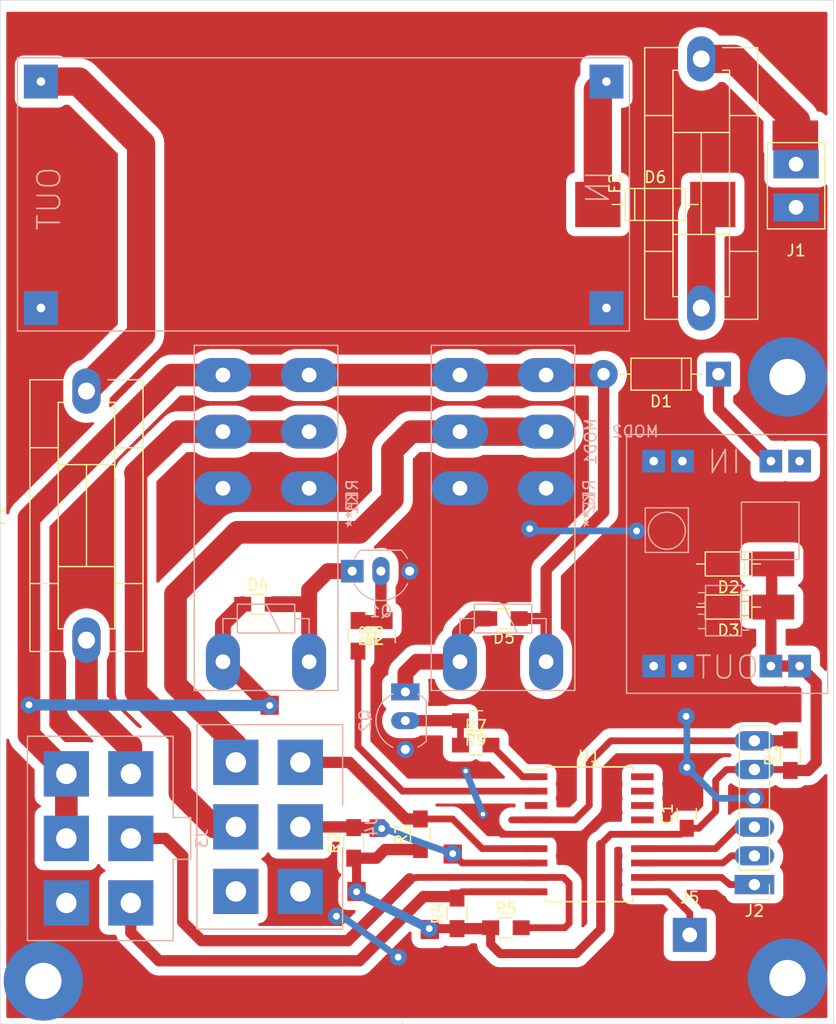
<source format=kicad_pcb>
(kicad_pcb (version 20171130) (host pcbnew 5.1.5-52549c5~84~ubuntu18.04.1)

  (general
    (thickness 1.6)
    (drawings 24)
    (tracks 204)
    (zones 0)
    (modules 30)
    (nets 27)
  )

  (page A4)
  (layers
    (0 F.Cu signal)
    (31 B.Cu signal)
    (32 B.Adhes user hide)
    (33 F.Adhes user hide)
    (34 B.Paste user hide)
    (35 F.Paste user hide)
    (36 B.SilkS user)
    (37 F.SilkS user hide)
    (38 B.Mask user hide)
    (39 F.Mask user hide)
    (40 Dwgs.User user hide)
    (41 Cmts.User user hide)
    (42 Eco1.User user hide)
    (43 Eco2.User user hide)
    (44 Edge.Cuts user)
    (45 Margin user hide)
    (46 B.CrtYd user)
    (47 F.CrtYd user)
    (48 B.Fab user hide)
    (49 F.Fab user hide)
  )

  (setup
    (last_trace_width 0.6)
    (user_trace_width 0.6)
    (user_trace_width 0.7)
    (user_trace_width 0.8)
    (user_trace_width 0.9)
    (user_trace_width 1)
    (user_trace_width 1.1)
    (user_trace_width 1.3)
    (user_trace_width 1.4)
    (user_trace_width 1.5)
    (user_trace_width 1.6)
    (user_trace_width 1.7)
    (user_trace_width 1.8)
    (user_trace_width 2)
    (user_trace_width 2.5)
    (trace_clearance 0.8)
    (zone_clearance 0.508)
    (zone_45_only no)
    (trace_min 0.2)
    (via_size 0.8)
    (via_drill 0.4)
    (via_min_size 0.4)
    (via_min_drill 0.3)
    (user_via 1.5 0.6)
    (user_via 7 3.2)
    (uvia_size 0.3)
    (uvia_drill 0.1)
    (uvias_allowed no)
    (uvia_min_size 0.2)
    (uvia_min_drill 0.1)
    (edge_width 0.05)
    (segment_width 0.2)
    (pcb_text_width 0.3)
    (pcb_text_size 1.5 1.5)
    (mod_edge_width 0.12)
    (mod_text_size 1 1)
    (mod_text_width 0.15)
    (pad_size 4 4)
    (pad_drill 0)
    (pad_to_mask_clearance 0.051)
    (solder_mask_min_width 0.25)
    (aux_axis_origin 0 0)
    (grid_origin 132.08 109.22)
    (visible_elements 7FFFFFFF)
    (pcbplotparams
      (layerselection 0x010fc_ffffffff)
      (usegerberextensions false)
      (usegerberattributes false)
      (usegerberadvancedattributes false)
      (creategerberjobfile false)
      (excludeedgelayer true)
      (linewidth 0.100000)
      (plotframeref false)
      (viasonmask false)
      (mode 1)
      (useauxorigin false)
      (hpglpennumber 1)
      (hpglpenspeed 20)
      (hpglpendiameter 15.000000)
      (psnegative false)
      (psa4output false)
      (plotreference true)
      (plotvalue true)
      (plotinvisibletext false)
      (padsonsilk false)
      (subtractmaskfromsilk false)
      (outputformat 1)
      (mirror false)
      (drillshape 1)
      (scaleselection 1)
      (outputdirectory ""))
  )

  (net 0 "")
  (net 1 +5V)
  (net 2 GND)
  (net 3 "Net-(D1-Pad1)")
  (net 4 +24V)
  (net 5 "Net-(D4-Pad2)")
  (net 6 "Net-(D5-Pad2)")
  (net 7 "Net-(F1-Pad2)")
  (net 8 /TX)
  (net 9 /PGC)
  (net 10 /PGD)
  (net 11 /RST)
  (net 12 /SW_UP)
  (net 13 /SW_DOWN)
  (net 14 "Net-(Q1-Pad2)")
  (net 15 "Net-(Q2-Pad2)")
  (net 16 /RLY_1)
  (net 17 /RLY_2)
  (net 18 /PWR_SW)
  (net 19 /Motor-)
  (net 20 /Motor+)
  (net 21 "Net-(D6-Pad1)")
  (net 22 "Net-(D6-Pad2)")
  (net 23 "Net-(F2-Pad2)")
  (net 24 "Net-(J5-Pad1)")
  (net 25 /LIMIT_SW_UP)
  (net 26 /LIMIT_SW_DOWN)

  (net_class Default "To jest domyślna klasa połączeń."
    (clearance 0.8)
    (trace_width 0.6)
    (via_dia 0.8)
    (via_drill 0.4)
    (uvia_dia 0.3)
    (uvia_drill 0.1)
    (add_net +24V)
    (add_net +5V)
    (add_net /LIMIT_SW_DOWN)
    (add_net /LIMIT_SW_UP)
    (add_net /Motor+)
    (add_net /Motor-)
    (add_net /PGC)
    (add_net /PGD)
    (add_net /PWR_SW)
    (add_net /RLY_1)
    (add_net /RLY_2)
    (add_net /RST)
    (add_net /SW_DOWN)
    (add_net /SW_UP)
    (add_net /TX)
    (add_net GND)
    (add_net "Net-(D1-Pad1)")
    (add_net "Net-(D4-Pad2)")
    (add_net "Net-(D5-Pad2)")
    (add_net "Net-(D6-Pad1)")
    (add_net "Net-(D6-Pad2)")
    (add_net "Net-(F1-Pad2)")
    (add_net "Net-(F2-Pad2)")
    (add_net "Net-(J5-Pad1)")
    (add_net "Net-(Q1-Pad2)")
    (add_net "Net-(Q2-Pad2)")
  )

  (module My-Footprints:WIRE_PAD_1,3mm (layer F.Cu) (tedit 5E0A02AF) (tstamp 5E405E16)
    (at 193.04 104.14)
    (path /5E44ACCB)
    (fp_text reference J5 (at 0 -3.302) (layer F.SilkS)
      (effects (font (size 1 1) (thickness 0.15)))
    )
    (fp_text value Conn_01x01 (at 4.572 -2.032) (layer F.Fab)
      (effects (font (size 1 1) (thickness 0.15)))
    )
    (pad 1 thru_hole rect (at 0 0) (size 3 3) (drill 1.3) (layers *.Cu *.Mask)
      (net 24 "Net-(J5-Pad1)"))
  )

  (module My-Footprints:XL4017-Step-Down-5A (layer B.Cu) (tedit 5E403992) (tstamp 5E4052E3)
    (at 187.706 50.8 180)
    (path /5E4964AC)
    (fp_text reference MOD2 (at -0.508 -8.882) (layer B.SilkS)
      (effects (font (size 1 1) (thickness 0.15)) (justify mirror))
    )
    (fp_text value XL4017-Step-Down-5A (at -0.508 -7.882) (layer B.Fab)
      (effects (font (size 1 1) (thickness 0.15)) (justify mirror))
    )
    (fp_text user OUT (at 51.308 11.684 -90) (layer B.SilkS)
      (effects (font (size 2 2) (thickness 0.15)) (justify mirror))
    )
    (fp_text user IN (at 2.794 12.7 -90) (layer B.SilkS)
      (effects (font (size 2 2) (thickness 0.15)) (justify mirror))
    )
    (fp_line (start 0 0) (end 0 0) (layer B.SilkS) (width 0.12))
    (fp_line (start 0 24.13) (end 0 0) (layer B.SilkS) (width 0.12))
    (fp_line (start 54.102 24.13) (end 0 24.13) (layer B.SilkS) (width 0.12))
    (fp_line (start 54.102 0) (end 54.102 24.13) (layer B.SilkS) (width 0.12))
    (fp_line (start 53.34 0) (end 54.102 0) (layer B.SilkS) (width 0.12))
    (fp_line (start 0 0) (end 53.34 0) (layer B.SilkS) (width 0.12))
    (pad 4 thru_hole rect (at 52.032 22.032 180) (size 3 3) (drill 0.762) (layers *.Cu *.Mask)
      (net 7 "Net-(F1-Pad2)"))
    (pad 3 thru_hole rect (at 52.032 2.032 180) (size 3 3) (drill 0.762) (layers *.Cu *.Mask)
      (net 2 GND))
    (pad 2 thru_hole rect (at 2.032 22.032 180) (size 3 3) (drill 0.762) (layers *.Cu *.Mask)
      (net 21 "Net-(D6-Pad1)"))
    (pad 1 thru_hole rect (at 2.032 2.032 180) (size 3 3) (drill 0.762) (layers *.Cu *.Mask)
      (net 2 GND))
  )

  (module My-Footprints:MP1504_Mini_3A_Step_Down_Conv (layer B.Cu) (tedit 5E402D37) (tstamp 5E4099DA)
    (at 187.452 59.944 270)
    (path /5E3A1B4C)
    (fp_text reference MOD1 (at 0.635 3.175 270) (layer B.SilkS)
      (effects (font (size 1 1) (thickness 0.15)) (justify mirror))
    )
    (fp_text value MP1504_Mini_3A_Step_D (at 11.43 1.27 270) (layer B.Fab)
      (effects (font (size 1 1) (thickness 0.15)) (justify mirror))
    )
    (fp_line (start 6.477 -1.651) (end 6.477 -5.461) (layer B.SilkS) (width 0.12))
    (fp_line (start 10.414 -1.651) (end 6.477 -1.651) (layer B.SilkS) (width 0.12))
    (fp_line (start 10.414 -5.461) (end 10.414 -1.651) (layer B.SilkS) (width 0.12))
    (fp_line (start 6.477 -5.461) (end 10.414 -5.461) (layer B.SilkS) (width 0.12))
    (fp_circle (center 8.496742 -3.556) (end 9.830242 -2.6035) (layer B.SilkS) (width 0.12))
    (fp_line (start 17.272 -10.16) (end 17.272 -10.795) (layer B.SilkS) (width 0.12))
    (fp_line (start 16.002 -10.16) (end 16.002 -10.795) (layer B.SilkS) (width 0.12))
    (fp_line (start 14.732 -10.16) (end 14.732 -10.795) (layer B.SilkS) (width 0.12))
    (fp_line (start 13.7795 -10.16) (end 13.7795 -10.795) (layer B.SilkS) (width 0.12))
    (fp_line (start 14.9225 -6.985) (end 14.9225 -6.35) (layer B.SilkS) (width 0.12))
    (fp_line (start 15.875 -6.985) (end 15.875 -6.35) (layer B.SilkS) (width 0.12))
    (fp_line (start 17.145 -6.985) (end 17.145 -6.35) (layer B.SilkS) (width 0.12))
    (fp_line (start 13.97 -6.985) (end 13.97 -6.35) (layer B.SilkS) (width 0.12))
    (fp_line (start 17.78 -6.985) (end 13.335 -6.985) (layer B.SilkS) (width 0.12))
    (fp_line (start 17.78 -10.16) (end 17.78 -6.985) (layer B.SilkS) (width 0.12))
    (fp_line (start 13.335 -10.16) (end 17.78 -10.16) (layer B.SilkS) (width 0.12))
    (fp_line (start 13.335 -6.985) (end 13.335 -10.16) (layer B.SilkS) (width 0.12))
    (fp_line (start 11.049 -10.16) (end 5.969 -10.16) (layer B.SilkS) (width 0.12))
    (fp_line (start 11.049 -15.24) (end 11.049 -10.16) (layer B.SilkS) (width 0.12))
    (fp_line (start 5.969 -15.24) (end 11.049 -15.24) (layer B.SilkS) (width 0.12))
    (fp_line (start 5.969 -10.16) (end 5.969 -15.24) (layer B.SilkS) (width 0.12))
    (fp_text user OUT (at 20.574 -8.89) (layer B.SilkS)
      (effects (font (size 2 2) (thickness 0.15)) (justify mirror))
    )
    (fp_text user IN (at 2.413 -8.636 180) (layer B.SilkS)
      (effects (font (size 2 2) (thickness 0.15)) (justify mirror))
    )
    (fp_line (start 0 -17.78) (end 0 0) (layer B.SilkS) (width 0.12))
    (fp_line (start 22.86 -17.78) (end 0 -17.78) (layer B.SilkS) (width 0.12))
    (fp_line (start 22.86 0) (end 22.86 -17.78) (layer B.SilkS) (width 0.12))
    (fp_line (start 0 0) (end 22.86 0) (layer B.SilkS) (width 0.12))
    (pad 4 thru_hole rect (at 20.45 -15.3 270) (size 2 2) (drill 0.762) (layers *.Cu *.Mask)
      (net 1 +5V))
    (pad 4 thru_hole rect (at 20.45 -12.76 270) (size 2 2) (drill 0.762) (layers *.Cu *.Mask)
      (net 1 +5V))
    (pad 3 thru_hole rect (at 20.45 -4.94 270) (size 2 2) (drill 0.762) (layers *.Cu *.Mask)
      (net 2 GND))
    (pad 3 thru_hole rect (at 20.45 -2.4 270) (size 2 2) (drill 0.762) (layers *.Cu *.Mask)
      (net 2 GND))
    (pad 2 thru_hole rect (at 2.35 -15.3 270) (size 2 2) (drill 0.762) (layers *.Cu *.Mask)
      (net 3 "Net-(D1-Pad1)"))
    (pad 2 thru_hole rect (at 2.35 -12.76 270) (size 2 2) (drill 0.762) (layers *.Cu *.Mask)
      (net 3 "Net-(D1-Pad1)"))
    (pad 1 thru_hole rect (at 2.35 -4.94 270) (size 2 2) (drill 0.762) (layers *.Cu *.Mask)
      (net 2 GND))
    (pad 1 thru_hole rect (at 2.35 -2.4 270) (size 2 2) (drill 0.762) (layers *.Cu *.Mask)
      (net 2 GND))
  )

  (module My-Footprints:Conn_1x2_wire (layer F.Cu) (tedit 5E3A7A14) (tstamp 5E40ACAE)
    (at 202.438 39.878 180)
    (path /5E4980E1)
    (fp_text reference J1 (at 0 -3.81) (layer F.SilkS)
      (effects (font (size 1 1) (thickness 0.15)))
    )
    (fp_text value conn_24V (at 0 -2.54) (layer F.Fab)
      (effects (font (size 1 1) (thickness 0.15)))
    )
    (fp_line (start -2.54 5.715) (end -2.54 -1.905) (layer F.SilkS) (width 0.12))
    (fp_line (start 2.54 5.715) (end -2.54 5.715) (layer F.SilkS) (width 0.12))
    (fp_line (start 2.54 -1.905) (end 2.54 5.715) (layer F.SilkS) (width 0.12))
    (fp_line (start -2.54 -1.905) (end 2.54 -1.905) (layer F.SilkS) (width 0.12))
    (pad 2 thru_hole rect (at 0 3.81 180) (size 4 2.5) (drill 1.3) (layers *.Cu *.Mask)
      (net 23 "Net-(F2-Pad2)"))
    (pad 1 thru_hole rect (at 0 0 180) (size 4 2.5) (drill 1.3) (layers *.Cu *.Mask)
      (net 2 GND))
  )

  (module Fuse_Holders_and_Fuses:Fuseholder5x20_horiz_SemiClosed_Casing10x25mm (layer F.Cu) (tedit 5880C4BF) (tstamp 5E40AD1E)
    (at 194.056 48.768 90)
    (descr "Fuseholder, 5x20, Semi closed, horizontal, Casing 10x25mm,")
    (tags "Fuseholder 5x20 Semi closed horizontal Casing 10x25mm Sicherungshalter halbgeschlossen ")
    (path /5E497311)
    (fp_text reference F2 (at 11 -7.62 90) (layer F.SilkS)
      (effects (font (size 1 1) (thickness 0.15)))
    )
    (fp_text value 2,5A (at 12.27 7.62 90) (layer F.Fab)
      (effects (font (size 1 1) (thickness 0.15)))
    )
    (fp_line (start 5 2.5) (end 5 4.9) (layer F.Fab) (width 0.1))
    (fp_line (start 17 -2.5) (end 17 -4.9) (layer F.Fab) (width 0.1))
    (fp_line (start 17 2.5) (end 17 4.95) (layer F.Fab) (width 0.1))
    (fp_line (start 15.5 -2.5) (end 15.5 2.5) (layer F.Fab) (width 0.1))
    (fp_line (start 6.5 0) (end 15.5 0) (layer F.Fab) (width 0.1))
    (fp_line (start 6.5 -2.5) (end 6.5 2.5) (layer F.Fab) (width 0.1))
    (fp_line (start 5 -4.9) (end 5 -2.5) (layer F.Fab) (width 0.1))
    (fp_line (start 1 -2.5) (end 1 2.5) (layer F.Fab) (width 0.1))
    (fp_line (start 1 2.5) (end 21 2.5) (layer F.Fab) (width 0.1))
    (fp_line (start 21 2.5) (end 21 -2.5) (layer F.Fab) (width 0.1))
    (fp_line (start 21 -2.5) (end 1 -2.5) (layer F.Fab) (width 0.1))
    (fp_line (start -0.9 -4.9) (end -0.9 4.9) (layer F.Fab) (width 0.1))
    (fp_line (start -0.9 4.9) (end 22.9 4.9) (layer F.Fab) (width 0.1))
    (fp_line (start 22.9 4.9) (end 22.9 -4.9) (layer F.Fab) (width 0.1))
    (fp_line (start 22.9 -4.9) (end -0.9 -4.9) (layer F.Fab) (width 0.1))
    (fp_line (start 5 -2.5) (end 5 -5) (layer F.SilkS) (width 0.12))
    (fp_line (start 5 5) (end 5 2.5) (layer F.SilkS) (width 0.12))
    (fp_line (start 17 5) (end 17 2.5) (layer F.SilkS) (width 0.12))
    (fp_line (start 17 -5) (end 17 -2.5) (layer F.SilkS) (width 0.12))
    (fp_line (start 6.5 0) (end 15.5 0) (layer F.SilkS) (width 0.12))
    (fp_line (start 6.5 -2.5) (end 6.5 2.5) (layer F.SilkS) (width 0.12))
    (fp_line (start 15.5 -2.5) (end 15.5 2.5) (layer F.SilkS) (width 0.12))
    (fp_line (start 21 -1.9) (end 21 -2.5) (layer F.SilkS) (width 0.12))
    (fp_line (start 1 1.9) (end 1 2.5) (layer F.SilkS) (width 0.12))
    (fp_line (start 1 2.5) (end 21 2.5) (layer F.SilkS) (width 0.12))
    (fp_line (start 21 2.5) (end 21 1.9) (layer F.SilkS) (width 0.12))
    (fp_line (start 21 -2.5) (end 1 -2.5) (layer F.SilkS) (width 0.12))
    (fp_line (start 1 -2.5) (end 1 -1.9) (layer F.SilkS) (width 0.12))
    (fp_line (start 23 -1.9) (end 23 -5) (layer F.SilkS) (width 0.12))
    (fp_line (start -1 1.9) (end -1 5) (layer F.SilkS) (width 0.12))
    (fp_line (start -1 5) (end 23 5) (layer F.SilkS) (width 0.12))
    (fp_line (start 23 5) (end 23 1.9) (layer F.SilkS) (width 0.12))
    (fp_line (start 23 -5) (end -1 -5) (layer F.SilkS) (width 0.12))
    (fp_line (start -1 -5) (end -1 -1.9) (layer F.SilkS) (width 0.12))
    (fp_line (start -1.5 -5.15) (end 23.5 -5.15) (layer F.CrtYd) (width 0.05))
    (fp_line (start -1.5 -5.15) (end -1.5 5.2) (layer F.CrtYd) (width 0.05))
    (fp_line (start 23.5 5.2) (end 23.5 -5.15) (layer F.CrtYd) (width 0.05))
    (fp_line (start 23.5 5.2) (end -1.5 5.2) (layer F.CrtYd) (width 0.05))
    (pad 2 thru_hole oval (at 22 0) (size 2.5 4) (drill 1.5) (layers *.Cu *.Mask)
      (net 23 "Net-(F2-Pad2)"))
    (pad 1 thru_hole oval (at 0 0) (size 2.5 4) (drill 1.5) (layers *.Cu *.Mask)
      (net 22 "Net-(D6-Pad2)"))
  )

  (module Diodes_ThroughHole:D_DO-41_SOD81_P10.16mm_Horizontal (layer F.Cu) (tedit 5E403BB6) (tstamp 5E40AD8C)
    (at 184.912 39.624)
    (descr "D, DO-41_SOD81 series, Axial, Horizontal, pin pitch=10.16mm, , length*diameter=5.2*2.7mm^2, , http://www.diodes.com/_files/packages/DO-41%20(Plastic).pdf")
    (tags "D DO-41_SOD81 series Axial Horizontal pin pitch 10.16mm  length 5.2mm diameter 2.7mm")
    (path /5E4969B9)
    (fp_text reference D6 (at 5.08 -2.41) (layer F.SilkS)
      (effects (font (size 1 1) (thickness 0.15)))
    )
    (fp_text value 1N4007 (at 5.08 2.41) (layer F.Fab)
      (effects (font (size 1 1) (thickness 0.15)))
    )
    (fp_text user %R (at 5.08 0) (layer F.Fab)
      (effects (font (size 1 1) (thickness 0.15)))
    )
    (fp_line (start 2.48 -1.35) (end 2.48 1.35) (layer F.Fab) (width 0.1))
    (fp_line (start 2.48 1.35) (end 7.68 1.35) (layer F.Fab) (width 0.1))
    (fp_line (start 7.68 1.35) (end 7.68 -1.35) (layer F.Fab) (width 0.1))
    (fp_line (start 7.68 -1.35) (end 2.48 -1.35) (layer F.Fab) (width 0.1))
    (fp_line (start 0 0) (end 2.48 0) (layer F.Fab) (width 0.1))
    (fp_line (start 10.16 0) (end 7.68 0) (layer F.Fab) (width 0.1))
    (fp_line (start 3.26 -1.35) (end 3.26 1.35) (layer F.Fab) (width 0.1))
    (fp_line (start 2.42 -1.41) (end 2.42 1.41) (layer F.SilkS) (width 0.12))
    (fp_line (start 2.42 1.41) (end 7.74 1.41) (layer F.SilkS) (width 0.12))
    (fp_line (start 7.74 1.41) (end 7.74 -1.41) (layer F.SilkS) (width 0.12))
    (fp_line (start 7.74 -1.41) (end 2.42 -1.41) (layer F.SilkS) (width 0.12))
    (fp_line (start 1.28 0) (end 2.42 0) (layer F.SilkS) (width 0.12))
    (fp_line (start 8.88 0) (end 7.74 0) (layer F.SilkS) (width 0.12))
    (fp_line (start 3.26 -1.41) (end 3.26 1.41) (layer F.SilkS) (width 0.12))
    (fp_line (start -1.35 -1.7) (end -1.35 1.7) (layer F.CrtYd) (width 0.05))
    (fp_line (start -1.35 1.7) (end 11.55 1.7) (layer F.CrtYd) (width 0.05))
    (fp_line (start 11.55 1.7) (end 11.55 -1.7) (layer F.CrtYd) (width 0.05))
    (fp_line (start 11.55 -1.7) (end -1.35 -1.7) (layer F.CrtYd) (width 0.05))
    (pad 1 smd rect (at 0 0) (size 4 4) (layers F.Cu F.Paste F.Mask)
      (net 21 "Net-(D6-Pad1)"))
    (pad 2 smd rect (at 10.16 0) (size 4 4) (layers F.Cu F.Paste F.Mask)
      (net 22 "Net-(D6-Pad2)"))
    (model ${KISYS3DMOD}/Diodes_THT.3dshapes/D_DO-41_SOD81_P10.16mm_Horizontal.wrl
      (at (xyz 0 0 0))
      (scale (xyz 0.393701 0.393701 0.393701))
      (rotate (xyz 0 0 0))
    )
  )

  (module Connectors_Molex:Molex_MegaFit_2x03x5.70mm_Straight (layer B.Cu) (tedit 5E401BB7) (tstamp 5E407565)
    (at 152.908 88.9 270)
    (descr "Molex MegaFit, dual row, top entry type, through hole")
    (tags "connector molex mega-fit")
    (path /5E3EB73C)
    (fp_text reference J4 (at 5.7 -12 270) (layer B.SilkS)
      (effects (font (size 1 1) (thickness 0.15)) (justify mirror))
    )
    (fp_text value Chair_con (at 5.7 4.7 270) (layer B.Fab)
      (effects (font (size 1 1) (thickness 0.15)) (justify mirror))
    )
    (fp_line (start 13.68 -3.42) (end 9.12 -3.42) (layer B.Fab) (width 0.1))
    (fp_line (start 13.68 -7.98) (end 13.68 -3.42) (layer B.Fab) (width 0.1))
    (fp_line (start 9.12 -7.98) (end 13.68 -7.98) (layer B.Fab) (width 0.1))
    (fp_line (start 9.12 -3.42) (end 9.12 -7.98) (layer B.Fab) (width 0.1))
    (fp_line (start 13.68 2.28) (end 9.12 2.28) (layer B.Fab) (width 0.1))
    (fp_line (start 13.68 -2.28) (end 13.68 2.28) (layer B.Fab) (width 0.1))
    (fp_line (start 9.12 -2.28) (end 13.68 -2.28) (layer B.Fab) (width 0.1))
    (fp_line (start 9.12 2.28) (end 9.12 -2.28) (layer B.Fab) (width 0.1))
    (fp_line (start 7.98 -3.42) (end 3.42 -3.42) (layer B.Fab) (width 0.1))
    (fp_line (start 7.98 -7.98) (end 7.98 -3.42) (layer B.Fab) (width 0.1))
    (fp_line (start 3.42 -7.98) (end 7.98 -7.98) (layer B.Fab) (width 0.1))
    (fp_line (start 3.42 -3.42) (end 3.42 -7.98) (layer B.Fab) (width 0.1))
    (fp_line (start 7.98 2.28) (end 3.42 2.28) (layer B.Fab) (width 0.1))
    (fp_line (start 7.98 -2.28) (end 7.98 2.28) (layer B.Fab) (width 0.1))
    (fp_line (start 3.42 -2.28) (end 7.98 -2.28) (layer B.Fab) (width 0.1))
    (fp_line (start 3.42 2.28) (end 3.42 -2.28) (layer B.Fab) (width 0.1))
    (fp_line (start 2.28 -3.42) (end -2.28 -3.42) (layer B.Fab) (width 0.1))
    (fp_line (start 2.28 -7.98) (end 2.28 -3.42) (layer B.Fab) (width 0.1))
    (fp_line (start -2.28 -7.98) (end 2.28 -7.98) (layer B.Fab) (width 0.1))
    (fp_line (start -2.28 -3.42) (end -2.28 -7.98) (layer B.Fab) (width 0.1))
    (fp_line (start 2.28 2.28) (end -2.28 2.28) (layer B.Fab) (width 0.1))
    (fp_line (start 2.28 -2.28) (end 2.28 2.28) (layer B.Fab) (width 0.1))
    (fp_line (start -2.28 -2.28) (end 2.28 -2.28) (layer B.Fab) (width 0.1))
    (fp_line (start -2.28 2.28) (end -2.28 -2.28) (layer B.Fab) (width 0.1))
    (fp_line (start 14.725 -9.44) (end 7.55 -9.44) (layer B.SilkS) (width 0.12))
    (fp_line (start 14.725 3.44) (end 14.725 -9.44) (layer B.SilkS) (width 0.12))
    (fp_line (start 5.7 3.44) (end 14.725 3.44) (layer B.SilkS) (width 0.12))
    (fp_line (start -3.325 -9.44) (end 3.85 -9.44) (layer B.SilkS) (width 0.12))
    (fp_line (start -3.325 3.44) (end -3.325 -9.44) (layer B.SilkS) (width 0.12))
    (fp_line (start 5.7 3.44) (end -3.325 3.44) (layer B.SilkS) (width 0.12))
    (fp_line (start 14.575 3.29) (end -3.175 3.29) (layer B.Fab) (width 0.1))
    (fp_line (start 14.575 -9.29) (end 14.575 3.29) (layer B.Fab) (width 0.1))
    (fp_line (start -3.175 -9.29) (end 14.575 -9.29) (layer B.Fab) (width 0.1))
    (fp_line (start -3.175 3.29) (end -3.175 -9.29) (layer B.Fab) (width 0.1))
    (pad 6 thru_hole rect (at 11.4 -5.7 270) (size 4 4) (drill 1.8) (layers *.Cu *.Mask)
      (net 2 GND))
    (pad 5 thru_hole rect (at 5.7 -5.7 270) (size 4 4) (drill 1.8) (layers *.Cu *.Mask)
      (net 25 /LIMIT_SW_UP))
    (pad 4 thru_hole rect (at 0 -5.7 270) (size 4 4) (drill 1.8) (layers *.Cu *.Mask)
      (net 26 /LIMIT_SW_DOWN))
    (pad 3 thru_hole rect (at 11.4 0 270) (size 4 4) (drill 1.8) (layers *.Cu *.Mask))
    (pad 2 thru_hole rect (at 5.7 0 270) (size 4 4) (drill 1.8) (layers *.Cu *.Mask)
      (net 19 /Motor-))
    (pad 1 thru_hole rect (at 0 0 270) (size 4 4) (drill 1.8) (layers *.Cu *.Mask)
      (net 20 /Motor+))
    (model ${KISYS3DMOD}/Connectors_Molex.3dshapes/Molex_MegaFit_2x03x5.70mm_Straight.wrl
      (at (xyz 0 0 0))
      (scale (xyz 1 1 1))
      (rotate (xyz 0 0 0))
    )
  )

  (module Connectors_Molex:Molex_MegaFit_2x03x5.70mm_Straight (layer B.Cu) (tedit 5E3E70AC) (tstamp 5E40818A)
    (at 137.922 89.916 270)
    (descr "Molex MegaFit, dual row, top entry type, through hole")
    (tags "connector molex mega-fit")
    (path /5E40AB3E)
    (fp_text reference J3 (at 5.7 -12 270) (layer B.SilkS)
      (effects (font (size 1 1) (thickness 0.15)) (justify mirror))
    )
    (fp_text value Panel_con (at 5.7 4.7 270) (layer B.Fab)
      (effects (font (size 1 1) (thickness 0.15)) (justify mirror))
    )
    (fp_text user %R (at 5.7 -12 270) (layer B.Fab)
      (effects (font (size 1 1) (thickness 0.15)) (justify mirror))
    )
    (fp_line (start 13.68 -3.42) (end 9.12 -3.42) (layer B.Fab) (width 0.1))
    (fp_line (start 13.68 -7.98) (end 13.68 -3.42) (layer B.Fab) (width 0.1))
    (fp_line (start 9.12 -7.98) (end 13.68 -7.98) (layer B.Fab) (width 0.1))
    (fp_line (start 9.12 -3.42) (end 9.12 -7.98) (layer B.Fab) (width 0.1))
    (fp_line (start 13.68 2.28) (end 9.12 2.28) (layer B.Fab) (width 0.1))
    (fp_line (start 13.68 -2.28) (end 13.68 2.28) (layer B.Fab) (width 0.1))
    (fp_line (start 9.12 -2.28) (end 13.68 -2.28) (layer B.Fab) (width 0.1))
    (fp_line (start 9.12 2.28) (end 9.12 -2.28) (layer B.Fab) (width 0.1))
    (fp_line (start 7.98 -3.42) (end 3.42 -3.42) (layer B.Fab) (width 0.1))
    (fp_line (start 7.98 -7.98) (end 7.98 -3.42) (layer B.Fab) (width 0.1))
    (fp_line (start 3.42 -7.98) (end 7.98 -7.98) (layer B.Fab) (width 0.1))
    (fp_line (start 3.42 -3.42) (end 3.42 -7.98) (layer B.Fab) (width 0.1))
    (fp_line (start 7.98 2.28) (end 3.42 2.28) (layer B.Fab) (width 0.1))
    (fp_line (start 7.98 -2.28) (end 7.98 2.28) (layer B.Fab) (width 0.1))
    (fp_line (start 3.42 -2.28) (end 7.98 -2.28) (layer B.Fab) (width 0.1))
    (fp_line (start 3.42 2.28) (end 3.42 -2.28) (layer B.Fab) (width 0.1))
    (fp_line (start 2.28 -3.42) (end -2.28 -3.42) (layer B.Fab) (width 0.1))
    (fp_line (start 2.28 -7.98) (end 2.28 -3.42) (layer B.Fab) (width 0.1))
    (fp_line (start -2.28 -7.98) (end 2.28 -7.98) (layer B.Fab) (width 0.1))
    (fp_line (start -2.28 -3.42) (end -2.28 -7.98) (layer B.Fab) (width 0.1))
    (fp_line (start 2.28 2.28) (end -2.28 2.28) (layer B.Fab) (width 0.1))
    (fp_line (start 2.28 -2.28) (end 2.28 2.28) (layer B.Fab) (width 0.1))
    (fp_line (start -2.28 -2.28) (end 2.28 -2.28) (layer B.Fab) (width 0.1))
    (fp_line (start -2.28 2.28) (end -2.28 -2.28) (layer B.Fab) (width 0.1))
    (fp_line (start 7.55 -10.99) (end 5.7 -10.99) (layer B.SilkS) (width 0.12))
    (fp_line (start 7.55 -9.44) (end 7.55 -10.99) (layer B.SilkS) (width 0.12))
    (fp_line (start 14.725 -9.44) (end 7.55 -9.44) (layer B.SilkS) (width 0.12))
    (fp_line (start 14.725 3.44) (end 14.725 -9.44) (layer B.SilkS) (width 0.12))
    (fp_line (start 5.7 3.44) (end 14.725 3.44) (layer B.SilkS) (width 0.12))
    (fp_line (start 3.85 -10.99) (end 5.7 -10.99) (layer B.SilkS) (width 0.12))
    (fp_line (start 3.85 -9.44) (end 3.85 -10.99) (layer B.SilkS) (width 0.12))
    (fp_line (start -3.325 -9.44) (end 3.85 -9.44) (layer B.SilkS) (width 0.12))
    (fp_line (start -3.325 3.44) (end -3.325 -9.44) (layer B.SilkS) (width 0.12))
    (fp_line (start 5.7 3.44) (end -3.325 3.44) (layer B.SilkS) (width 0.12))
    (fp_line (start 7.4 -10.84) (end 7.4 -9.29) (layer B.Fab) (width 0.1))
    (fp_line (start 4 -10.84) (end 7.4 -10.84) (layer B.Fab) (width 0.1))
    (fp_line (start 4 -9.29) (end 4 -10.84) (layer B.Fab) (width 0.1))
    (fp_line (start 14.575 3.29) (end -3.175 3.29) (layer B.Fab) (width 0.1))
    (fp_line (start 14.575 -9.29) (end 14.575 3.29) (layer B.Fab) (width 0.1))
    (fp_line (start -3.175 -9.29) (end 14.575 -9.29) (layer B.Fab) (width 0.1))
    (fp_line (start -3.175 3.29) (end -3.175 -9.29) (layer B.Fab) (width 0.1))
    (pad 6 thru_hole rect (at 11.4 -5.7 270) (size 4 4) (drill 1.8) (layers *.Cu *.Mask)
      (net 13 /SW_DOWN))
    (pad 5 thru_hole rect (at 5.7 -5.7 270) (size 4 4) (drill 1.8) (layers *.Cu *.Mask)
      (net 12 /SW_UP))
    (pad 4 thru_hole rect (at 0 -5.7 270) (size 4 4) (drill 1.8) (layers *.Cu *.Mask)
      (net 18 /PWR_SW))
    (pad 3 thru_hole rect (at 11.4 0 270) (size 4 4) (drill 1.8) (layers *.Cu *.Mask)
      (net 2 GND))
    (pad 2 thru_hole rect (at 5.7 0 270) (size 4 4) (drill 1.8) (layers *.Cu *.Mask)
      (net 4 +24V))
    (pad 1 thru_hole rect (at 0 0 270) (size 4 4) (drill 1.8) (layers *.Cu *.Mask)
      (net 4 +24V))
    (model ${KISYS3DMOD}/Connectors_Molex.3dshapes/Molex_MegaFit_2x03x5.70mm_Straight.wrl
      (at (xyz 0 0 0))
      (scale (xyz 1 1 1))
      (rotate (xyz 0 0 0))
    )
  )

  (module Resistors_SMD:R_0805_HandSoldering (layer F.Cu) (tedit 58E0A804) (tstamp 5E4073FD)
    (at 176.784 103.505)
    (descr "Resistor SMD 0805, hand soldering")
    (tags "resistor 0805")
    (path /5E39F397)
    (attr smd)
    (fp_text reference R5 (at 0 -1.7) (layer F.SilkS)
      (effects (font (size 1 1) (thickness 0.15)))
    )
    (fp_text value 4k7 (at 0 1.75) (layer F.Fab)
      (effects (font (size 1 1) (thickness 0.15)))
    )
    (fp_text user %R (at 0 0) (layer F.Fab)
      (effects (font (size 0.5 0.5) (thickness 0.075)))
    )
    (fp_line (start -1 0.62) (end -1 -0.62) (layer F.Fab) (width 0.1))
    (fp_line (start 1 0.62) (end -1 0.62) (layer F.Fab) (width 0.1))
    (fp_line (start 1 -0.62) (end 1 0.62) (layer F.Fab) (width 0.1))
    (fp_line (start -1 -0.62) (end 1 -0.62) (layer F.Fab) (width 0.1))
    (fp_line (start 0.6 0.88) (end -0.6 0.88) (layer F.SilkS) (width 0.12))
    (fp_line (start -0.6 -0.88) (end 0.6 -0.88) (layer F.SilkS) (width 0.12))
    (fp_line (start -2.35 -0.9) (end 2.35 -0.9) (layer F.CrtYd) (width 0.05))
    (fp_line (start -2.35 -0.9) (end -2.35 0.9) (layer F.CrtYd) (width 0.05))
    (fp_line (start 2.35 0.9) (end 2.35 -0.9) (layer F.CrtYd) (width 0.05))
    (fp_line (start 2.35 0.9) (end -2.35 0.9) (layer F.CrtYd) (width 0.05))
    (pad 1 smd rect (at -1.35 0) (size 1.5 1.3) (layers F.Cu F.Paste F.Mask)
      (net 1 +5V))
    (pad 2 smd rect (at 1.35 0) (size 1.5 1.3) (layers F.Cu F.Paste F.Mask)
      (net 12 /SW_UP))
    (model ${KISYS3DMOD}/Resistors_SMD.3dshapes/R_0805.wrl
      (at (xyz 0 0 0))
      (scale (xyz 1 1 1))
      (rotate (xyz 0 0 0))
    )
  )

  (module Resistors_SMD:R_0805_HandSoldering (layer F.Cu) (tedit 58E0A804) (tstamp 5E408332)
    (at 169.2275 95.25 90)
    (descr "Resistor SMD 0805, hand soldering")
    (tags "resistor 0805")
    (path /5E3A99CC)
    (attr smd)
    (fp_text reference R3 (at 0 -1.7 90) (layer F.SilkS)
      (effects (font (size 1 1) (thickness 0.15)))
    )
    (fp_text value 4k7 (at 0 1.75 90) (layer F.Fab)
      (effects (font (size 1 1) (thickness 0.15)))
    )
    (fp_text user %R (at 0 0 90) (layer F.Fab)
      (effects (font (size 0.5 0.5) (thickness 0.075)))
    )
    (fp_line (start -1 0.62) (end -1 -0.62) (layer F.Fab) (width 0.1))
    (fp_line (start 1 0.62) (end -1 0.62) (layer F.Fab) (width 0.1))
    (fp_line (start 1 -0.62) (end 1 0.62) (layer F.Fab) (width 0.1))
    (fp_line (start -1 -0.62) (end 1 -0.62) (layer F.Fab) (width 0.1))
    (fp_line (start 0.6 0.88) (end -0.6 0.88) (layer F.SilkS) (width 0.12))
    (fp_line (start -0.6 -0.88) (end 0.6 -0.88) (layer F.SilkS) (width 0.12))
    (fp_line (start -2.35 -0.9) (end 2.35 -0.9) (layer F.CrtYd) (width 0.05))
    (fp_line (start -2.35 -0.9) (end -2.35 0.9) (layer F.CrtYd) (width 0.05))
    (fp_line (start 2.35 0.9) (end 2.35 -0.9) (layer F.CrtYd) (width 0.05))
    (fp_line (start 2.35 0.9) (end -2.35 0.9) (layer F.CrtYd) (width 0.05))
    (pad 1 smd rect (at -1.35 0 90) (size 1.5 1.3) (layers F.Cu F.Paste F.Mask)
      (net 1 +5V))
    (pad 2 smd rect (at 1.35 0 90) (size 1.5 1.3) (layers F.Cu F.Paste F.Mask)
      (net 26 /LIMIT_SW_DOWN))
    (model ${KISYS3DMOD}/Resistors_SMD.3dshapes/R_0805.wrl
      (at (xyz 0 0 0))
      (scale (xyz 1 1 1))
      (rotate (xyz 0 0 0))
    )
  )

  (module Resistors_SMD:R_0805_HandSoldering (layer F.Cu) (tedit 58E0A804) (tstamp 5E4067AE)
    (at 172.466 102.235 90)
    (descr "Resistor SMD 0805, hand soldering")
    (tags "resistor 0805")
    (path /5E39ED36)
    (attr smd)
    (fp_text reference R4 (at 0 -1.7 90) (layer F.SilkS)
      (effects (font (size 1 1) (thickness 0.15)))
    )
    (fp_text value 4k7 (at 0 1.75 90) (layer F.Fab)
      (effects (font (size 1 1) (thickness 0.15)))
    )
    (fp_text user %R (at 0 0 90) (layer F.Fab)
      (effects (font (size 0.5 0.5) (thickness 0.075)))
    )
    (fp_line (start -1 0.62) (end -1 -0.62) (layer F.Fab) (width 0.1))
    (fp_line (start 1 0.62) (end -1 0.62) (layer F.Fab) (width 0.1))
    (fp_line (start 1 -0.62) (end 1 0.62) (layer F.Fab) (width 0.1))
    (fp_line (start -1 -0.62) (end 1 -0.62) (layer F.Fab) (width 0.1))
    (fp_line (start 0.6 0.88) (end -0.6 0.88) (layer F.SilkS) (width 0.12))
    (fp_line (start -0.6 -0.88) (end 0.6 -0.88) (layer F.SilkS) (width 0.12))
    (fp_line (start -2.35 -0.9) (end 2.35 -0.9) (layer F.CrtYd) (width 0.05))
    (fp_line (start -2.35 -0.9) (end -2.35 0.9) (layer F.CrtYd) (width 0.05))
    (fp_line (start 2.35 0.9) (end 2.35 -0.9) (layer F.CrtYd) (width 0.05))
    (fp_line (start 2.35 0.9) (end -2.35 0.9) (layer F.CrtYd) (width 0.05))
    (pad 1 smd rect (at -1.35 0 90) (size 1.5 1.3) (layers F.Cu F.Paste F.Mask)
      (net 1 +5V))
    (pad 2 smd rect (at 1.35 0 90) (size 1.5 1.3) (layers F.Cu F.Paste F.Mask)
      (net 13 /SW_DOWN))
    (model ${KISYS3DMOD}/Resistors_SMD.3dshapes/R_0805.wrl
      (at (xyz 0 0 0))
      (scale (xyz 1 1 1))
      (rotate (xyz 0 0 0))
    )
  )

  (module Resistors_SMD:R_0805_HandSoldering (layer F.Cu) (tedit 58E0A804) (tstamp 5E4084EB)
    (at 163.322 96.012 90)
    (descr "Resistor SMD 0805, hand soldering")
    (tags "resistor 0805")
    (path /5E3A99C6)
    (attr smd)
    (fp_text reference R2 (at 0 -1.7 90) (layer F.SilkS)
      (effects (font (size 1 1) (thickness 0.15)))
    )
    (fp_text value 4k7 (at 0 1.75 90) (layer F.Fab)
      (effects (font (size 1 1) (thickness 0.15)))
    )
    (fp_text user %R (at 0 0 90) (layer F.Fab)
      (effects (font (size 0.5 0.5) (thickness 0.075)))
    )
    (fp_line (start -1 0.62) (end -1 -0.62) (layer F.Fab) (width 0.1))
    (fp_line (start 1 0.62) (end -1 0.62) (layer F.Fab) (width 0.1))
    (fp_line (start 1 -0.62) (end 1 0.62) (layer F.Fab) (width 0.1))
    (fp_line (start -1 -0.62) (end 1 -0.62) (layer F.Fab) (width 0.1))
    (fp_line (start 0.6 0.88) (end -0.6 0.88) (layer F.SilkS) (width 0.12))
    (fp_line (start -0.6 -0.88) (end 0.6 -0.88) (layer F.SilkS) (width 0.12))
    (fp_line (start -2.35 -0.9) (end 2.35 -0.9) (layer F.CrtYd) (width 0.05))
    (fp_line (start -2.35 -0.9) (end -2.35 0.9) (layer F.CrtYd) (width 0.05))
    (fp_line (start 2.35 0.9) (end 2.35 -0.9) (layer F.CrtYd) (width 0.05))
    (fp_line (start 2.35 0.9) (end -2.35 0.9) (layer F.CrtYd) (width 0.05))
    (pad 1 smd rect (at -1.35 0 90) (size 1.5 1.3) (layers F.Cu F.Paste F.Mask)
      (net 1 +5V))
    (pad 2 smd rect (at 1.35 0 90) (size 1.5 1.3) (layers F.Cu F.Paste F.Mask)
      (net 25 /LIMIT_SW_UP))
    (model ${KISYS3DMOD}/Resistors_SMD.3dshapes/R_0805.wrl
      (at (xyz 0 0 0))
      (scale (xyz 1 1 1))
      (rotate (xyz 0 0 0))
    )
  )

  (module Capacitors_SMD:C_0805_HandSoldering (layer F.Cu) (tedit 58AA84A8) (tstamp 5E3A85B4)
    (at 192.770088 93.472 90)
    (descr "Capacitor SMD 0805, hand soldering")
    (tags "capacitor 0805")
    (path /5E3994D8)
    (attr smd)
    (fp_text reference C1 (at 0 -1.75 90) (layer F.SilkS)
      (effects (font (size 1 1) (thickness 0.15)))
    )
    (fp_text value 100n (at 0 1.75 90) (layer F.Fab)
      (effects (font (size 1 1) (thickness 0.15)))
    )
    (fp_text user %R (at 0 -1.75 90) (layer F.Fab)
      (effects (font (size 1 1) (thickness 0.15)))
    )
    (fp_line (start -1 0.62) (end -1 -0.62) (layer F.Fab) (width 0.1))
    (fp_line (start 1 0.62) (end -1 0.62) (layer F.Fab) (width 0.1))
    (fp_line (start 1 -0.62) (end 1 0.62) (layer F.Fab) (width 0.1))
    (fp_line (start -1 -0.62) (end 1 -0.62) (layer F.Fab) (width 0.1))
    (fp_line (start 0.5 -0.85) (end -0.5 -0.85) (layer F.SilkS) (width 0.12))
    (fp_line (start -0.5 0.85) (end 0.5 0.85) (layer F.SilkS) (width 0.12))
    (fp_line (start -2.25 -0.88) (end 2.25 -0.88) (layer F.CrtYd) (width 0.05))
    (fp_line (start -2.25 -0.88) (end -2.25 0.87) (layer F.CrtYd) (width 0.05))
    (fp_line (start 2.25 0.87) (end 2.25 -0.88) (layer F.CrtYd) (width 0.05))
    (fp_line (start 2.25 0.87) (end -2.25 0.87) (layer F.CrtYd) (width 0.05))
    (pad 1 smd rect (at -1.25 0 90) (size 1.5 1.25) (layers F.Cu F.Paste F.Mask)
      (net 1 +5V))
    (pad 2 smd rect (at 1.25 0 90) (size 1.5 1.25) (layers F.Cu F.Paste F.Mask)
      (net 2 GND))
    (model Capacitors_SMD.3dshapes/C_0805.wrl
      (at (xyz 0 0 0))
      (scale (xyz 1 1 1))
      (rotate (xyz 0 0 0))
    )
  )

  (module Housings_SOIC:SOIC-18W_7.5x11.6mm_Pitch1.27mm (layer F.Cu) (tedit 58CC8F64) (tstamp 5E3A9B51)
    (at 184.15 95.25)
    (descr "18-Lead Plastic Small Outline (SO) - Wide, 7.50 mm Body [SOIC] (see Microchip Packaging Specification 00000049BS.pdf)")
    (tags "SOIC 1.27")
    (path /5E3935DC)
    (attr smd)
    (fp_text reference U1 (at 0 -6.875) (layer F.SilkS)
      (effects (font (size 1 1) (thickness 0.15)))
    )
    (fp_text value PIC16F819-ISO (at 0 6.875) (layer F.Fab)
      (effects (font (size 1 1) (thickness 0.15)))
    )
    (fp_text user %R (at 0 0) (layer F.Fab)
      (effects (font (size 1 1) (thickness 0.15)))
    )
    (fp_line (start -2.75 -5.8) (end 3.75 -5.8) (layer F.Fab) (width 0.15))
    (fp_line (start 3.75 -5.8) (end 3.75 5.8) (layer F.Fab) (width 0.15))
    (fp_line (start 3.75 5.8) (end -3.75 5.8) (layer F.Fab) (width 0.15))
    (fp_line (start -3.75 5.8) (end -3.75 -4.8) (layer F.Fab) (width 0.15))
    (fp_line (start -3.75 -4.8) (end -2.75 -5.8) (layer F.Fab) (width 0.15))
    (fp_line (start -5.95 -6.15) (end -5.95 6.15) (layer F.CrtYd) (width 0.05))
    (fp_line (start 5.95 -6.15) (end 5.95 6.15) (layer F.CrtYd) (width 0.05))
    (fp_line (start -5.95 -6.15) (end 5.95 -6.15) (layer F.CrtYd) (width 0.05))
    (fp_line (start -5.95 6.15) (end 5.95 6.15) (layer F.CrtYd) (width 0.05))
    (fp_line (start -3.875 -5.95) (end -3.875 -5.7) (layer F.SilkS) (width 0.15))
    (fp_line (start 3.875 -5.95) (end 3.875 -5.605) (layer F.SilkS) (width 0.15))
    (fp_line (start 3.875 5.95) (end 3.875 5.605) (layer F.SilkS) (width 0.15))
    (fp_line (start -3.875 5.95) (end -3.875 5.605) (layer F.SilkS) (width 0.15))
    (fp_line (start -3.875 -5.95) (end 3.875 -5.95) (layer F.SilkS) (width 0.15))
    (fp_line (start -3.875 5.95) (end 3.875 5.95) (layer F.SilkS) (width 0.15))
    (fp_line (start -3.875 -5.7) (end -5.7 -5.7) (layer F.SilkS) (width 0.15))
    (pad 1 smd rect (at -4.7 -5.08) (size 2 0.6) (layers F.Cu F.Paste F.Mask)
      (net 17 /RLY_2))
    (pad 2 smd rect (at -4.7 -3.81) (size 2 0.6) (layers F.Cu F.Paste F.Mask)
      (net 16 /RLY_1))
    (pad 3 smd rect (at -4.7 -2.54) (size 2 0.6) (layers F.Cu F.Paste F.Mask))
    (pad 4 smd rect (at -4.7 -1.27) (size 2 0.6) (layers F.Cu F.Paste F.Mask)
      (net 11 /RST))
    (pad 5 smd rect (at -4.7 0) (size 2 0.6) (layers F.Cu F.Paste F.Mask)
      (net 2 GND))
    (pad 6 smd rect (at -4.7 1.27) (size 2 0.6) (layers F.Cu F.Paste F.Mask)
      (net 26 /LIMIT_SW_DOWN))
    (pad 7 smd rect (at -4.7 2.54) (size 2 0.6) (layers F.Cu F.Paste F.Mask)
      (net 25 /LIMIT_SW_UP))
    (pad 8 smd rect (at -4.7 3.81) (size 2 0.6) (layers F.Cu F.Paste F.Mask)
      (net 12 /SW_UP))
    (pad 9 smd rect (at -4.7 5.08) (size 2 0.6) (layers F.Cu F.Paste F.Mask)
      (net 13 /SW_DOWN))
    (pad 10 smd rect (at 4.7 5.08) (size 2 0.6) (layers F.Cu F.Paste F.Mask)
      (net 24 "Net-(J5-Pad1)"))
    (pad 11 smd rect (at 4.7 3.81) (size 2 0.6) (layers F.Cu F.Paste F.Mask)
      (net 8 /TX))
    (pad 12 smd rect (at 4.7 2.54) (size 2 0.6) (layers F.Cu F.Paste F.Mask)
      (net 9 /PGC))
    (pad 13 smd rect (at 4.7 1.27) (size 2 0.6) (layers F.Cu F.Paste F.Mask)
      (net 10 /PGD))
    (pad 14 smd rect (at 4.7 0) (size 2 0.6) (layers F.Cu F.Paste F.Mask)
      (net 1 +5V))
    (pad 15 smd rect (at 4.7 -1.27) (size 2 0.6) (layers F.Cu F.Paste F.Mask))
    (pad 16 smd rect (at 4.7 -2.54) (size 2 0.6) (layers F.Cu F.Paste F.Mask))
    (pad 17 smd rect (at 4.7 -3.81) (size 2 0.6) (layers F.Cu F.Paste F.Mask))
    (pad 18 smd rect (at 4.7 -5.08) (size 2 0.6) (layers F.Cu F.Paste F.Mask))
    (model ${KISYS3DMOD}/Housings_SOIC.3dshapes/SOIC-18W_7.5x11.6mm_Pitch1.27mm.wrl
      (at (xyz 0 0 0))
      (scale (xyz 1 1 1))
      (rotate (xyz 0 0 0))
    )
  )

  (module Resistors_SMD:R_0805_HandSoldering (layer F.Cu) (tedit 58E0A804) (tstamp 5E3A865E)
    (at 174.117 85.217 180)
    (descr "Resistor SMD 0805, hand soldering")
    (tags "resistor 0805")
    (path /5E3D8670)
    (attr smd)
    (fp_text reference R9 (at 0 -1.7) (layer F.SilkS)
      (effects (font (size 1 1) (thickness 0.15)))
    )
    (fp_text value 10k (at 0 1.75) (layer F.Fab)
      (effects (font (size 1 1) (thickness 0.15)))
    )
    (fp_text user %R (at 0 0) (layer F.Fab)
      (effects (font (size 0.5 0.5) (thickness 0.075)))
    )
    (fp_line (start -1 0.62) (end -1 -0.62) (layer F.Fab) (width 0.1))
    (fp_line (start 1 0.62) (end -1 0.62) (layer F.Fab) (width 0.1))
    (fp_line (start 1 -0.62) (end 1 0.62) (layer F.Fab) (width 0.1))
    (fp_line (start -1 -0.62) (end 1 -0.62) (layer F.Fab) (width 0.1))
    (fp_line (start 0.6 0.88) (end -0.6 0.88) (layer F.SilkS) (width 0.12))
    (fp_line (start -0.6 -0.88) (end 0.6 -0.88) (layer F.SilkS) (width 0.12))
    (fp_line (start -2.35 -0.9) (end 2.35 -0.9) (layer F.CrtYd) (width 0.05))
    (fp_line (start -2.35 -0.9) (end -2.35 0.9) (layer F.CrtYd) (width 0.05))
    (fp_line (start 2.35 0.9) (end 2.35 -0.9) (layer F.CrtYd) (width 0.05))
    (fp_line (start 2.35 0.9) (end -2.35 0.9) (layer F.CrtYd) (width 0.05))
    (pad 1 smd rect (at -1.35 0 180) (size 1.5 1.3) (layers F.Cu F.Paste F.Mask)
      (net 2 GND))
    (pad 2 smd rect (at 1.35 0 180) (size 1.5 1.3) (layers F.Cu F.Paste F.Mask)
      (net 15 "Net-(Q2-Pad2)"))
    (model ${KISYS3DMOD}/Resistors_SMD.3dshapes/R_0805.wrl
      (at (xyz 0 0 0))
      (scale (xyz 1 1 1))
      (rotate (xyz 0 0 0))
    )
  )

  (module Resistors_SMD:R_0805_HandSoldering (layer F.Cu) (tedit 58E0A804) (tstamp 5E3A865B)
    (at 166.116 77.724 90)
    (descr "Resistor SMD 0805, hand soldering")
    (tags "resistor 0805")
    (path /5E3D8A99)
    (attr smd)
    (fp_text reference R8 (at 0 -1.7 90) (layer F.SilkS)
      (effects (font (size 1 1) (thickness 0.15)))
    )
    (fp_text value 10k (at 0 1.75 90) (layer F.Fab)
      (effects (font (size 1 1) (thickness 0.15)))
    )
    (fp_line (start 2.35 0.9) (end -2.35 0.9) (layer F.CrtYd) (width 0.05))
    (fp_line (start 2.35 0.9) (end 2.35 -0.9) (layer F.CrtYd) (width 0.05))
    (fp_line (start -2.35 -0.9) (end -2.35 0.9) (layer F.CrtYd) (width 0.05))
    (fp_line (start -2.35 -0.9) (end 2.35 -0.9) (layer F.CrtYd) (width 0.05))
    (fp_line (start -0.6 -0.88) (end 0.6 -0.88) (layer F.SilkS) (width 0.12))
    (fp_line (start 0.6 0.88) (end -0.6 0.88) (layer F.SilkS) (width 0.12))
    (fp_line (start -1 -0.62) (end 1 -0.62) (layer F.Fab) (width 0.1))
    (fp_line (start 1 -0.62) (end 1 0.62) (layer F.Fab) (width 0.1))
    (fp_line (start 1 0.62) (end -1 0.62) (layer F.Fab) (width 0.1))
    (fp_line (start -1 0.62) (end -1 -0.62) (layer F.Fab) (width 0.1))
    (fp_text user %R (at 0 0 90) (layer F.Fab)
      (effects (font (size 0.5 0.5) (thickness 0.075)))
    )
    (pad 2 smd rect (at 1.35 0 90) (size 1.5 1.3) (layers F.Cu F.Paste F.Mask)
      (net 14 "Net-(Q1-Pad2)"))
    (pad 1 smd rect (at -1.35 0 90) (size 1.5 1.3) (layers F.Cu F.Paste F.Mask)
      (net 2 GND))
    (model ${KISYS3DMOD}/Resistors_SMD.3dshapes/R_0805.wrl
      (at (xyz 0 0 0))
      (scale (xyz 1 1 1))
      (rotate (xyz 0 0 0))
    )
  )

  (module Resistors_SMD:R_0805_HandSoldering (layer F.Cu) (tedit 58E0A804) (tstamp 5E3A8658)
    (at 174.117 87.376)
    (descr "Resistor SMD 0805, hand soldering")
    (tags "resistor 0805")
    (path /5E3D7321)
    (attr smd)
    (fp_text reference R7 (at 0 -1.7) (layer F.SilkS)
      (effects (font (size 1 1) (thickness 0.15)))
    )
    (fp_text value 2k2 (at 0 1.75) (layer F.Fab)
      (effects (font (size 1 1) (thickness 0.15)))
    )
    (fp_text user %R (at 0 0) (layer F.Fab)
      (effects (font (size 0.5 0.5) (thickness 0.075)))
    )
    (fp_line (start -1 0.62) (end -1 -0.62) (layer F.Fab) (width 0.1))
    (fp_line (start 1 0.62) (end -1 0.62) (layer F.Fab) (width 0.1))
    (fp_line (start 1 -0.62) (end 1 0.62) (layer F.Fab) (width 0.1))
    (fp_line (start -1 -0.62) (end 1 -0.62) (layer F.Fab) (width 0.1))
    (fp_line (start 0.6 0.88) (end -0.6 0.88) (layer F.SilkS) (width 0.12))
    (fp_line (start -0.6 -0.88) (end 0.6 -0.88) (layer F.SilkS) (width 0.12))
    (fp_line (start -2.35 -0.9) (end 2.35 -0.9) (layer F.CrtYd) (width 0.05))
    (fp_line (start -2.35 -0.9) (end -2.35 0.9) (layer F.CrtYd) (width 0.05))
    (fp_line (start 2.35 0.9) (end 2.35 -0.9) (layer F.CrtYd) (width 0.05))
    (fp_line (start 2.35 0.9) (end -2.35 0.9) (layer F.CrtYd) (width 0.05))
    (pad 1 smd rect (at -1.35 0) (size 1.5 1.3) (layers F.Cu F.Paste F.Mask)
      (net 15 "Net-(Q2-Pad2)"))
    (pad 2 smd rect (at 1.35 0) (size 1.5 1.3) (layers F.Cu F.Paste F.Mask)
      (net 17 /RLY_2))
    (model ${KISYS3DMOD}/Resistors_SMD.3dshapes/R_0805.wrl
      (at (xyz 0 0 0))
      (scale (xyz 1 1 1))
      (rotate (xyz 0 0 0))
    )
  )

  (module Resistors_SMD:R_0805_HandSoldering (layer F.Cu) (tedit 58E0A804) (tstamp 5E3AB783)
    (at 163.703 77.724 270)
    (descr "Resistor SMD 0805, hand soldering")
    (tags "resistor 0805")
    (path /5E3D78F4)
    (attr smd)
    (fp_text reference R6 (at 0 -1.7 90) (layer F.SilkS)
      (effects (font (size 1 1) (thickness 0.15)))
    )
    (fp_text value 2k2 (at 0 1.75 90) (layer F.Fab)
      (effects (font (size 1 1) (thickness 0.15)))
    )
    (fp_text user %R (at 0 0 90) (layer F.Fab)
      (effects (font (size 0.5 0.5) (thickness 0.075)))
    )
    (fp_line (start -1 0.62) (end -1 -0.62) (layer F.Fab) (width 0.1))
    (fp_line (start 1 0.62) (end -1 0.62) (layer F.Fab) (width 0.1))
    (fp_line (start 1 -0.62) (end 1 0.62) (layer F.Fab) (width 0.1))
    (fp_line (start -1 -0.62) (end 1 -0.62) (layer F.Fab) (width 0.1))
    (fp_line (start 0.6 0.88) (end -0.6 0.88) (layer F.SilkS) (width 0.12))
    (fp_line (start -0.6 -0.88) (end 0.6 -0.88) (layer F.SilkS) (width 0.12))
    (fp_line (start -2.35 -0.9) (end 2.35 -0.9) (layer F.CrtYd) (width 0.05))
    (fp_line (start -2.35 -0.9) (end -2.35 0.9) (layer F.CrtYd) (width 0.05))
    (fp_line (start 2.35 0.9) (end 2.35 -0.9) (layer F.CrtYd) (width 0.05))
    (fp_line (start 2.35 0.9) (end -2.35 0.9) (layer F.CrtYd) (width 0.05))
    (pad 1 smd rect (at -1.35 0 270) (size 1.5 1.3) (layers F.Cu F.Paste F.Mask)
      (net 14 "Net-(Q1-Pad2)"))
    (pad 2 smd rect (at 1.35 0 270) (size 1.5 1.3) (layers F.Cu F.Paste F.Mask)
      (net 16 /RLY_1))
    (model ${KISYS3DMOD}/Resistors_SMD.3dshapes/R_0805.wrl
      (at (xyz 0 0 0))
      (scale (xyz 1 1 1))
      (rotate (xyz 0 0 0))
    )
  )

  (module Resistors_SMD:R_0805_HandSoldering (layer F.Cu) (tedit 58E0A804) (tstamp 5E3A9BF8)
    (at 201.93 88.265 90)
    (descr "Resistor SMD 0805, hand soldering")
    (tags "resistor 0805")
    (path /5E39D0C6)
    (attr smd)
    (fp_text reference R1 (at 0 -1.7 90) (layer F.SilkS)
      (effects (font (size 1 1) (thickness 0.15)))
    )
    (fp_text value 10k (at 0 1.75 90) (layer F.Fab)
      (effects (font (size 1 1) (thickness 0.15)))
    )
    (fp_text user %R (at 0 0 90) (layer F.Fab)
      (effects (font (size 0.5 0.5) (thickness 0.075)))
    )
    (fp_line (start -1 0.62) (end -1 -0.62) (layer F.Fab) (width 0.1))
    (fp_line (start 1 0.62) (end -1 0.62) (layer F.Fab) (width 0.1))
    (fp_line (start 1 -0.62) (end 1 0.62) (layer F.Fab) (width 0.1))
    (fp_line (start -1 -0.62) (end 1 -0.62) (layer F.Fab) (width 0.1))
    (fp_line (start 0.6 0.88) (end -0.6 0.88) (layer F.SilkS) (width 0.12))
    (fp_line (start -0.6 -0.88) (end 0.6 -0.88) (layer F.SilkS) (width 0.12))
    (fp_line (start -2.35 -0.9) (end 2.35 -0.9) (layer F.CrtYd) (width 0.05))
    (fp_line (start -2.35 -0.9) (end -2.35 0.9) (layer F.CrtYd) (width 0.05))
    (fp_line (start 2.35 0.9) (end 2.35 -0.9) (layer F.CrtYd) (width 0.05))
    (fp_line (start 2.35 0.9) (end -2.35 0.9) (layer F.CrtYd) (width 0.05))
    (pad 1 smd rect (at -1.35 0 90) (size 1.5 1.3) (layers F.Cu F.Paste F.Mask)
      (net 1 +5V))
    (pad 2 smd rect (at 1.35 0 90) (size 1.5 1.3) (layers F.Cu F.Paste F.Mask)
      (net 11 /RST))
    (model ${KISYS3DMOD}/Resistors_SMD.3dshapes/R_0805.wrl
      (at (xyz 0 0 0))
      (scale (xyz 1 1 1))
      (rotate (xyz 0 0 0))
    )
  )

  (module TO_SOT_Packages_THT:TO-92_Inline_Wide (layer B.Cu) (tedit 5E3AF2B7) (tstamp 5E3A8643)
    (at 167.894 82.677 270)
    (descr "TO-92 leads in-line, wide, drill 0.8mm (see NXP sot054_po.pdf)")
    (tags "to-92 sc-43 sc-43a sot54 PA33 transistor")
    (path /5E3D3CA7)
    (fp_text reference Q2 (at 2.54 3.56 270) (layer B.SilkS)
      (effects (font (size 1 1) (thickness 0.15)) (justify mirror))
    )
    (fp_text value BC547 (at 2.54 -2.79 90) (layer B.Fab)
      (effects (font (size 1 1) (thickness 0.15)) (justify mirror))
    )
    (fp_text user %R (at 2.54 3.56 270) (layer B.Fab)
      (effects (font (size 1 1) (thickness 0.15)) (justify mirror))
    )
    (fp_line (start 0.74 -1.85) (end 4.34 -1.85) (layer B.SilkS) (width 0.12))
    (fp_line (start 0.8 -1.75) (end 4.3 -1.75) (layer B.Fab) (width 0.1))
    (fp_line (start -1.01 2.73) (end 6.09 2.73) (layer B.CrtYd) (width 0.05))
    (fp_line (start -1.01 2.73) (end -1.01 -2.01) (layer B.CrtYd) (width 0.05))
    (fp_line (start 6.09 -2.01) (end 6.09 2.73) (layer B.CrtYd) (width 0.05))
    (fp_line (start 6.09 -2.01) (end -1.01 -2.01) (layer B.CrtYd) (width 0.05))
    (fp_arc (start 2.54 0) (end 0.74 -1.85) (angle -20) (layer B.SilkS) (width 0.12))
    (fp_arc (start 2.54 0) (end 2.54 2.6) (angle 65) (layer B.SilkS) (width 0.12))
    (fp_arc (start 2.54 0) (end 2.54 2.6) (angle -65) (layer B.SilkS) (width 0.12))
    (fp_arc (start 2.54 0) (end 2.54 2.48) (angle -135) (layer B.Fab) (width 0.1))
    (fp_arc (start 2.54 0) (end 2.54 2.48) (angle 135) (layer B.Fab) (width 0.1))
    (fp_arc (start 2.54 0) (end 4.34 -1.85) (angle 20) (layer B.SilkS) (width 0.12))
    (pad 2 thru_hole oval (at 2.54 0 180) (size 2.5 1.5) (drill 0.8) (layers *.Cu *.Mask)
      (net 15 "Net-(Q2-Pad2)"))
    (pad 3 thru_hole circle (at 5.08 0 180) (size 1.52 1.52) (drill 0.8) (layers *.Cu *.Mask)
      (net 2 GND))
    (pad 1 thru_hole rect (at 0 0 180) (size 2.5 1.5) (drill 0.8) (layers *.Cu *.Mask)
      (net 6 "Net-(D5-Pad2)"))
    (model ${KISYS3DMOD}/TO_SOT_Packages_THT.3dshapes/TO-92_Inline_Wide.wrl
      (offset (xyz 2.539999961853027 0 0))
      (scale (xyz 1 1 1))
      (rotate (xyz 0 0 -90))
    )
  )

  (module TO_SOT_Packages_THT:TO-92_Inline_Wide (layer B.Cu) (tedit 5E3AF292) (tstamp 5E3A8640)
    (at 163.195 72.009)
    (descr "TO-92 leads in-line, wide, drill 0.8mm (see NXP sot054_po.pdf)")
    (tags "to-92 sc-43 sc-43a sot54 PA33 transistor")
    (path /5E3D26C0)
    (fp_text reference Q1 (at 2.54 3.56 180) (layer B.SilkS)
      (effects (font (size 1 1) (thickness 0.15)) (justify mirror))
    )
    (fp_text value BC547 (at 2.54 -2.79) (layer B.Fab)
      (effects (font (size 1 1) (thickness 0.15)) (justify mirror))
    )
    (fp_text user %R (at 2.54 3.56 180) (layer B.Fab)
      (effects (font (size 1 1) (thickness 0.15)) (justify mirror))
    )
    (fp_line (start 0.74 -1.85) (end 4.34 -1.85) (layer B.SilkS) (width 0.12))
    (fp_line (start 0.8 -1.75) (end 4.3 -1.75) (layer B.Fab) (width 0.1))
    (fp_line (start -1.01 2.73) (end 6.09 2.73) (layer B.CrtYd) (width 0.05))
    (fp_line (start -1.01 2.73) (end -1.01 -2.01) (layer B.CrtYd) (width 0.05))
    (fp_line (start 6.09 -2.01) (end 6.09 2.73) (layer B.CrtYd) (width 0.05))
    (fp_line (start 6.09 -2.01) (end -1.01 -2.01) (layer B.CrtYd) (width 0.05))
    (fp_arc (start 2.54 0) (end 0.74 -1.85) (angle -20) (layer B.SilkS) (width 0.12))
    (fp_arc (start 2.54 0) (end 2.54 2.6) (angle 65) (layer B.SilkS) (width 0.12))
    (fp_arc (start 2.54 0) (end 2.54 2.6) (angle -65) (layer B.SilkS) (width 0.12))
    (fp_arc (start 2.54 0) (end 2.54 2.48) (angle -135) (layer B.Fab) (width 0.1))
    (fp_arc (start 2.54 0) (end 2.54 2.48) (angle 135) (layer B.Fab) (width 0.1))
    (fp_arc (start 2.54 0) (end 4.34 -1.85) (angle 20) (layer B.SilkS) (width 0.12))
    (pad 2 thru_hole oval (at 2.54 0 270) (size 2.5 1.52) (drill 0.8) (layers *.Cu *.Mask)
      (net 14 "Net-(Q1-Pad2)"))
    (pad 3 thru_hole circle (at 5.08 0 270) (size 1.52 1.52) (drill 0.8) (layers *.Cu *.Mask)
      (net 2 GND))
    (pad 1 thru_hole rect (at 0 0 270) (size 2 2) (drill 0.8) (layers *.Cu *.Mask)
      (net 5 "Net-(D4-Pad2)"))
    (model ${KISYS3DMOD}/TO_SOT_Packages_THT.3dshapes/TO-92_Inline_Wide.wrl
      (offset (xyz 2.539999961853027 0 0))
      (scale (xyz 1 1 1))
      (rotate (xyz 0 0 -90))
    )
  )

  (module My-Footprints:Relay_29mm (layer B.Cu) (tedit 5E3A77C1) (tstamp 5E3A95AB)
    (at 180.34 80.01 90)
    (path /5E3AEBCD)
    (fp_text reference K2 (at 13.97 3.81 270) (layer B.SilkS)
      (effects (font (size 1 1) (thickness 0.15)) (justify mirror))
    )
    (fp_text value G5V-2 (at 1.27 3.81 270) (layer B.Fab)
      (effects (font (size 1 1) (thickness 0.15)) (justify mirror))
    )
    (fp_text user REF** (at 13.97 3.81 270) (layer B.SilkS)
      (effects (font (size 1 1) (thickness 0.15)) (justify mirror))
    )
    (fp_text user %R (at 13.97 3.81 270) (layer B.Fab)
      (effects (font (size 1 1) (thickness 0.15)) (justify mirror))
    )
    (fp_line (start 27.5 2.5) (end 27.5 -10.1) (layer B.Fab) (width 0.12))
    (fp_line (start 27.94 -10.16) (end -2.54 -10.16) (layer B.SilkS) (width 0.12))
    (fp_line (start 27.5 -10.1) (end -2.5 -10.1) (layer B.Fab) (width 0.12))
    (fp_line (start -2.8 2.78) (end 28.2 2.78) (layer B.CrtYd) (width 0.05))
    (fp_line (start 0 -1.8) (end 0 -5.8) (layer B.Fab) (width 0.12))
    (fp_line (start -2.5 -10.1) (end -2.5 2.5) (layer B.Fab) (width 0.12))
    (fp_line (start 2.54 -1.27) (end 3.81 -1.27) (layer B.SilkS) (width 0.12))
    (fp_line (start -2.54 2.54) (end 27.94 2.54) (layer B.SilkS) (width 0.12))
    (fp_line (start 27.94 2.54) (end 27.94 -10.16) (layer B.SilkS) (width 0.12))
    (fp_line (start 2.54 0) (end 3.81 0) (layer B.SilkS) (width 0.12))
    (fp_line (start 5.08 -6.35) (end 2.54 -6.35) (layer B.SilkS) (width 0.12))
    (fp_line (start 28.2 -10.42) (end -2.8 -10.42) (layer B.CrtYd) (width 0.05))
    (fp_line (start 2.54 -6.35) (end 2.54 -1.27) (layer B.SilkS) (width 0.12))
    (fp_line (start 3.81 -7.62) (end 2.54 -7.62) (layer B.SilkS) (width 0.12))
    (fp_line (start 2.54 -2.54) (end 5.08 -3.81) (layer B.SilkS) (width 0.12))
    (fp_line (start 28.2 2.78) (end 28.2 -10.42) (layer B.CrtYd) (width 0.05))
    (fp_line (start 3.81 -6.35) (end 3.81 -7.62) (layer B.SilkS) (width 0.12))
    (fp_line (start 3.81 0) (end 3.81 -1.27) (layer B.SilkS) (width 0.12))
    (fp_line (start 3.81 -1.27) (end 5.08 -1.27) (layer B.SilkS) (width 0.12))
    (fp_line (start -2.54 -10.16) (end -2.54 2.54) (layer B.SilkS) (width 0.12))
    (fp_line (start -2.8 -10.42) (end -2.8 2.78) (layer B.CrtYd) (width 0.05))
    (fp_line (start 5.08 -1.27) (end 5.08 -6.35) (layer B.SilkS) (width 0.12))
    (fp_line (start -2.5 2.5) (end 27.5 2.5) (layer B.Fab) (width 0.12))
    (pad 4 thru_hole oval (at 20.32 0 90) (size 3 5) (drill 1.3) (layers *.Cu *.Mask)
      (net 20 /Motor+))
    (pad 1 thru_hole oval (at 0 0 90) (size 5 3) (drill 1.3) (layers *.Cu *.Mask)
      (net 4 +24V))
    (pad 6 thru_hole oval (at 15.32 0 90) (size 3 5) (drill 1.3) (layers *.Cu *.Mask)
      (net 2 GND))
    (pad 13 thru_hole oval (at 20.32 -7.62 90) (size 3 5) (drill 1.3) (layers *.Cu *.Mask)
      (net 20 /Motor+))
    (pad 8 thru_hole oval (at 25.32 0 90) (size 3 5) (drill 1.3) (layers *.Cu *.Mask)
      (net 4 +24V))
    (pad 9 thru_hole oval (at 25.32 -7.62 90) (size 3 5) (drill 1.3) (layers *.Cu *.Mask)
      (net 4 +24V))
    (pad 11 thru_hole oval (at 15.32 -7.62 90) (size 3 5) (drill 1.3) (layers *.Cu *.Mask)
      (net 2 GND))
    (pad 16 thru_hole oval (at 0 -7.62 90) (size 5 3) (drill 1.3) (layers *.Cu *.Mask)
      (net 6 "Net-(D5-Pad2)"))
  )

  (module My-Footprints:Relay_29mm (layer B.Cu) (tedit 5E3A77C1) (tstamp 5E3AAD0D)
    (at 159.385 80.01 90)
    (path /5E3A8345)
    (fp_text reference K1 (at 13.97 3.81 270) (layer B.SilkS)
      (effects (font (size 1 1) (thickness 0.15)) (justify mirror))
    )
    (fp_text value G5V-2 (at 1.27 3.81 270) (layer B.Fab)
      (effects (font (size 1 1) (thickness 0.15)) (justify mirror))
    )
    (fp_text user REF** (at 13.97 3.81 270) (layer B.SilkS)
      (effects (font (size 1 1) (thickness 0.15)) (justify mirror))
    )
    (fp_text user %R (at 13.97 3.81 270) (layer B.Fab)
      (effects (font (size 1 1) (thickness 0.15)) (justify mirror))
    )
    (fp_line (start 27.5 2.5) (end 27.5 -10.1) (layer B.Fab) (width 0.12))
    (fp_line (start 27.94 -10.16) (end -2.54 -10.16) (layer B.SilkS) (width 0.12))
    (fp_line (start 27.5 -10.1) (end -2.5 -10.1) (layer B.Fab) (width 0.12))
    (fp_line (start -2.8 2.78) (end 28.2 2.78) (layer B.CrtYd) (width 0.05))
    (fp_line (start 0 -1.8) (end 0 -5.8) (layer B.Fab) (width 0.12))
    (fp_line (start -2.5 -10.1) (end -2.5 2.5) (layer B.Fab) (width 0.12))
    (fp_line (start 2.54 -1.27) (end 3.81 -1.27) (layer B.SilkS) (width 0.12))
    (fp_line (start -2.54 2.54) (end 27.94 2.54) (layer B.SilkS) (width 0.12))
    (fp_line (start 27.94 2.54) (end 27.94 -10.16) (layer B.SilkS) (width 0.12))
    (fp_line (start 2.54 0) (end 3.81 0) (layer B.SilkS) (width 0.12))
    (fp_line (start 5.08 -6.35) (end 2.54 -6.35) (layer B.SilkS) (width 0.12))
    (fp_line (start 28.2 -10.42) (end -2.8 -10.42) (layer B.CrtYd) (width 0.05))
    (fp_line (start 2.54 -6.35) (end 2.54 -1.27) (layer B.SilkS) (width 0.12))
    (fp_line (start 3.81 -7.62) (end 2.54 -7.62) (layer B.SilkS) (width 0.12))
    (fp_line (start 2.54 -2.54) (end 5.08 -3.81) (layer B.SilkS) (width 0.12))
    (fp_line (start 28.2 2.78) (end 28.2 -10.42) (layer B.CrtYd) (width 0.05))
    (fp_line (start 3.81 -6.35) (end 3.81 -7.62) (layer B.SilkS) (width 0.12))
    (fp_line (start 3.81 0) (end 3.81 -1.27) (layer B.SilkS) (width 0.12))
    (fp_line (start 3.81 -1.27) (end 5.08 -1.27) (layer B.SilkS) (width 0.12))
    (fp_line (start -2.54 -10.16) (end -2.54 2.54) (layer B.SilkS) (width 0.12))
    (fp_line (start -2.8 -10.42) (end -2.8 2.78) (layer B.CrtYd) (width 0.05))
    (fp_line (start 5.08 -1.27) (end 5.08 -6.35) (layer B.SilkS) (width 0.12))
    (fp_line (start -2.5 2.5) (end 27.5 2.5) (layer B.Fab) (width 0.12))
    (pad 4 thru_hole oval (at 20.32 0 90) (size 3 5) (drill 1.3) (layers *.Cu *.Mask)
      (net 19 /Motor-))
    (pad 1 thru_hole oval (at 0 0 90) (size 5 3) (drill 1.3) (layers *.Cu *.Mask)
      (net 5 "Net-(D4-Pad2)"))
    (pad 6 thru_hole oval (at 15.32 0 90) (size 3 5) (drill 1.3) (layers *.Cu *.Mask)
      (net 2 GND))
    (pad 13 thru_hole oval (at 20.32 -7.62 90) (size 3 5) (drill 1.3) (layers *.Cu *.Mask)
      (net 19 /Motor-))
    (pad 8 thru_hole oval (at 25.32 0 90) (size 3 5) (drill 1.3) (layers *.Cu *.Mask)
      (net 4 +24V))
    (pad 9 thru_hole oval (at 25.32 -7.62 90) (size 3 5) (drill 1.3) (layers *.Cu *.Mask)
      (net 4 +24V))
    (pad 11 thru_hole oval (at 15.32 -7.62 90) (size 3 5) (drill 1.3) (layers *.Cu *.Mask)
      (net 2 GND))
    (pad 16 thru_hole oval (at 0 -7.62 90) (size 5 3) (drill 1.3) (layers *.Cu *.Mask)
      (net 4 +24V))
  )

  (module Pin_Headers:Pin_Header_Straight_1x06_Pitch2.54mm (layer F.Cu) (tedit 5E402F17) (tstamp 5E3A9BB6)
    (at 198.755 99.695 180)
    (descr "Through hole straight pin header, 1x06, 2.54mm pitch, single row")
    (tags "Through hole pin header THT 1x06 2.54mm single row")
    (path /5E394171)
    (fp_text reference J2 (at 0 -2.33) (layer F.SilkS)
      (effects (font (size 1 1) (thickness 0.15)))
    )
    (fp_text value ICP_con (at 0 15.03) (layer F.Fab)
      (effects (font (size 1 1) (thickness 0.15)))
    )
    (fp_line (start -0.635 -1.27) (end 1.27 -1.27) (layer F.Fab) (width 0.1))
    (fp_line (start 1.27 -1.27) (end 1.27 13.97) (layer F.Fab) (width 0.1))
    (fp_line (start 1.27 13.97) (end -1.27 13.97) (layer F.Fab) (width 0.1))
    (fp_line (start -1.27 13.97) (end -1.27 -0.635) (layer F.Fab) (width 0.1))
    (fp_line (start -1.27 -0.635) (end -0.635 -1.27) (layer F.Fab) (width 0.1))
    (fp_line (start -1.33 14.03) (end 1.33 14.03) (layer F.SilkS) (width 0.12))
    (fp_line (start -1.33 1.27) (end -1.33 14.03) (layer F.SilkS) (width 0.12))
    (fp_line (start 1.33 1.27) (end 1.33 14.03) (layer F.SilkS) (width 0.12))
    (fp_line (start -1.33 1.27) (end 1.33 1.27) (layer F.SilkS) (width 0.12))
    (fp_line (start -1.33 0) (end -1.33 -1.33) (layer F.SilkS) (width 0.12))
    (fp_line (start -1.33 -1.33) (end 0 -1.33) (layer F.SilkS) (width 0.12))
    (fp_line (start -1.8 -1.8) (end -1.8 14.5) (layer F.CrtYd) (width 0.05))
    (fp_line (start -1.8 14.5) (end 1.8 14.5) (layer F.CrtYd) (width 0.05))
    (fp_line (start 1.8 14.5) (end 1.8 -1.8) (layer F.CrtYd) (width 0.05))
    (fp_line (start 1.8 -1.8) (end -1.8 -1.8) (layer F.CrtYd) (width 0.05))
    (fp_text user %R (at 0 6.35 90) (layer F.Fab)
      (effects (font (size 1 1) (thickness 0.15)))
    )
    (pad 1 thru_hole rect (at 0 0 180) (size 3.5 1.7) (drill 1) (layers *.Cu *.Mask)
      (net 8 /TX))
    (pad 2 thru_hole oval (at 0 2.54 180) (size 3.5 1.7) (drill 1) (layers *.Cu *.Mask)
      (net 9 /PGC))
    (pad 3 thru_hole oval (at 0 5.08 180) (size 3.5 1.7) (drill 1) (layers *.Cu *.Mask)
      (net 10 /PGD))
    (pad 4 thru_hole oval (at 0 7.62 180) (size 1.7 1.7) (drill 1) (layers *.Cu *.Mask)
      (net 2 GND))
    (pad 5 thru_hole oval (at 0 10.16 180) (size 3.5 1.7) (drill 1) (layers *.Cu *.Mask)
      (net 1 +5V))
    (pad 6 thru_hole oval (at 0 12.7 180) (size 3.5 1.7) (drill 1) (layers *.Cu *.Mask)
      (net 11 /RST))
    (model ${KISYS3DMOD}/Pin_Headers.3dshapes/Pin_Header_Straight_1x06_Pitch2.54mm.wrl
      (at (xyz 0 0 0))
      (scale (xyz 1 1 1))
      (rotate (xyz 0 0 0))
    )
  )

  (module Fuse_Holders_and_Fuses:Fuseholder5x20_horiz_SemiClosed_Casing10x25mm (layer F.Cu) (tedit 5880C4BF) (tstamp 5E3A85C6)
    (at 139.7 78.105 90)
    (descr "Fuseholder, 5x20, Semi closed, horizontal, Casing 10x25mm,")
    (tags "Fuseholder 5x20 Semi closed horizontal Casing 10x25mm Sicherungshalter halbgeschlossen ")
    (path /5E402173)
    (fp_text reference F1 (at 11 -7.62 90) (layer F.SilkS)
      (effects (font (size 1 1) (thickness 0.15)))
    )
    (fp_text value 2,5A (at 12.27 7.62 90) (layer F.Fab)
      (effects (font (size 1 1) (thickness 0.15)))
    )
    (fp_line (start 5 2.5) (end 5 4.9) (layer F.Fab) (width 0.1))
    (fp_line (start 17 -2.5) (end 17 -4.9) (layer F.Fab) (width 0.1))
    (fp_line (start 17 2.5) (end 17 4.95) (layer F.Fab) (width 0.1))
    (fp_line (start 15.5 -2.5) (end 15.5 2.5) (layer F.Fab) (width 0.1))
    (fp_line (start 6.5 0) (end 15.5 0) (layer F.Fab) (width 0.1))
    (fp_line (start 6.5 -2.5) (end 6.5 2.5) (layer F.Fab) (width 0.1))
    (fp_line (start 5 -4.9) (end 5 -2.5) (layer F.Fab) (width 0.1))
    (fp_line (start 1 -2.5) (end 1 2.5) (layer F.Fab) (width 0.1))
    (fp_line (start 1 2.5) (end 21 2.5) (layer F.Fab) (width 0.1))
    (fp_line (start 21 2.5) (end 21 -2.5) (layer F.Fab) (width 0.1))
    (fp_line (start 21 -2.5) (end 1 -2.5) (layer F.Fab) (width 0.1))
    (fp_line (start -0.9 -4.9) (end -0.9 4.9) (layer F.Fab) (width 0.1))
    (fp_line (start -0.9 4.9) (end 22.9 4.9) (layer F.Fab) (width 0.1))
    (fp_line (start 22.9 4.9) (end 22.9 -4.9) (layer F.Fab) (width 0.1))
    (fp_line (start 22.9 -4.9) (end -0.9 -4.9) (layer F.Fab) (width 0.1))
    (fp_line (start 5 -2.5) (end 5 -5) (layer F.SilkS) (width 0.12))
    (fp_line (start 5 5) (end 5 2.5) (layer F.SilkS) (width 0.12))
    (fp_line (start 17 5) (end 17 2.5) (layer F.SilkS) (width 0.12))
    (fp_line (start 17 -5) (end 17 -2.5) (layer F.SilkS) (width 0.12))
    (fp_line (start 6.5 0) (end 15.5 0) (layer F.SilkS) (width 0.12))
    (fp_line (start 6.5 -2.5) (end 6.5 2.5) (layer F.SilkS) (width 0.12))
    (fp_line (start 15.5 -2.5) (end 15.5 2.5) (layer F.SilkS) (width 0.12))
    (fp_line (start 21 -1.9) (end 21 -2.5) (layer F.SilkS) (width 0.12))
    (fp_line (start 1 1.9) (end 1 2.5) (layer F.SilkS) (width 0.12))
    (fp_line (start 1 2.5) (end 21 2.5) (layer F.SilkS) (width 0.12))
    (fp_line (start 21 2.5) (end 21 1.9) (layer F.SilkS) (width 0.12))
    (fp_line (start 21 -2.5) (end 1 -2.5) (layer F.SilkS) (width 0.12))
    (fp_line (start 1 -2.5) (end 1 -1.9) (layer F.SilkS) (width 0.12))
    (fp_line (start 23 -1.9) (end 23 -5) (layer F.SilkS) (width 0.12))
    (fp_line (start -1 1.9) (end -1 5) (layer F.SilkS) (width 0.12))
    (fp_line (start -1 5) (end 23 5) (layer F.SilkS) (width 0.12))
    (fp_line (start 23 5) (end 23 1.9) (layer F.SilkS) (width 0.12))
    (fp_line (start 23 -5) (end -1 -5) (layer F.SilkS) (width 0.12))
    (fp_line (start -1 -5) (end -1 -1.9) (layer F.SilkS) (width 0.12))
    (fp_line (start -1.5 -5.15) (end 23.5 -5.15) (layer F.CrtYd) (width 0.05))
    (fp_line (start -1.5 -5.15) (end -1.5 5.2) (layer F.CrtYd) (width 0.05))
    (fp_line (start 23.5 5.2) (end 23.5 -5.15) (layer F.CrtYd) (width 0.05))
    (fp_line (start 23.5 5.2) (end -1.5 5.2) (layer F.CrtYd) (width 0.05))
    (pad 2 thru_hole oval (at 22 0) (size 2.5 4) (drill 1.5) (layers *.Cu *.Mask)
      (net 7 "Net-(F1-Pad2)"))
    (pad 1 thru_hole oval (at 0 0) (size 2.5 4) (drill 1.5) (layers *.Cu *.Mask)
      (net 18 /PWR_SW))
  )

  (module Resistors_SMD:R_0805_HandSoldering (layer F.Cu) (tedit 58E0A804) (tstamp 5E3A85C3)
    (at 176.61 76.2 180)
    (descr "Resistor SMD 0805, hand soldering")
    (tags "resistor 0805")
    (path /5E433BAF)
    (attr smd)
    (fp_text reference D5 (at 0 -1.7) (layer F.SilkS)
      (effects (font (size 1 1) (thickness 0.15)))
    )
    (fp_text value 1N4148 (at 0 1.75) (layer F.Fab)
      (effects (font (size 1 1) (thickness 0.15)))
    )
    (fp_text user %R (at 0 0) (layer F.Fab)
      (effects (font (size 0.5 0.5) (thickness 0.075)))
    )
    (fp_line (start -1 0.62) (end -1 -0.62) (layer F.Fab) (width 0.1))
    (fp_line (start 1 0.62) (end -1 0.62) (layer F.Fab) (width 0.1))
    (fp_line (start 1 -0.62) (end 1 0.62) (layer F.Fab) (width 0.1))
    (fp_line (start -1 -0.62) (end 1 -0.62) (layer F.Fab) (width 0.1))
    (fp_line (start 0.6 0.88) (end -0.6 0.88) (layer F.SilkS) (width 0.12))
    (fp_line (start -0.6 -0.88) (end 0.6 -0.88) (layer F.SilkS) (width 0.12))
    (fp_line (start -2.35 -0.9) (end 2.35 -0.9) (layer F.CrtYd) (width 0.05))
    (fp_line (start -2.35 -0.9) (end -2.35 0.9) (layer F.CrtYd) (width 0.05))
    (fp_line (start 2.35 0.9) (end 2.35 -0.9) (layer F.CrtYd) (width 0.05))
    (fp_line (start 2.35 0.9) (end -2.35 0.9) (layer F.CrtYd) (width 0.05))
    (pad 1 smd rect (at -1.35 0 180) (size 1.5 1.3) (layers F.Cu F.Paste F.Mask)
      (net 4 +24V))
    (pad 2 smd rect (at 1.35 0 180) (size 1.5 1.3) (layers F.Cu F.Paste F.Mask)
      (net 6 "Net-(D5-Pad2)"))
    (model ${KISYS3DMOD}/Resistors_SMD.3dshapes/R_0805.wrl
      (at (xyz 0 0 0))
      (scale (xyz 1 1 1))
      (rotate (xyz 0 0 0))
    )
  )

  (module Resistors_SMD:R_0805_HandSoldering (layer F.Cu) (tedit 58E0A804) (tstamp 5E3AA0AB)
    (at 154.86 74.93)
    (descr "Resistor SMD 0805, hand soldering")
    (tags "resistor 0805")
    (path /5E435F5D)
    (attr smd)
    (fp_text reference D4 (at 0 -1.7) (layer F.SilkS)
      (effects (font (size 1 1) (thickness 0.15)))
    )
    (fp_text value 1N4148 (at 0 1.75) (layer F.Fab)
      (effects (font (size 1 1) (thickness 0.15)))
    )
    (fp_text user %R (at 0 0) (layer F.Fab)
      (effects (font (size 0.5 0.5) (thickness 0.075)))
    )
    (fp_line (start -1 0.62) (end -1 -0.62) (layer F.Fab) (width 0.1))
    (fp_line (start 1 0.62) (end -1 0.62) (layer F.Fab) (width 0.1))
    (fp_line (start 1 -0.62) (end 1 0.62) (layer F.Fab) (width 0.1))
    (fp_line (start -1 -0.62) (end 1 -0.62) (layer F.Fab) (width 0.1))
    (fp_line (start 0.6 0.88) (end -0.6 0.88) (layer F.SilkS) (width 0.12))
    (fp_line (start -0.6 -0.88) (end 0.6 -0.88) (layer F.SilkS) (width 0.12))
    (fp_line (start -2.35 -0.9) (end 2.35 -0.9) (layer F.CrtYd) (width 0.05))
    (fp_line (start -2.35 -0.9) (end -2.35 0.9) (layer F.CrtYd) (width 0.05))
    (fp_line (start 2.35 0.9) (end 2.35 -0.9) (layer F.CrtYd) (width 0.05))
    (fp_line (start 2.35 0.9) (end -2.35 0.9) (layer F.CrtYd) (width 0.05))
    (pad 1 smd rect (at -1.35 0) (size 1.5 1.3) (layers F.Cu F.Paste F.Mask)
      (net 4 +24V))
    (pad 2 smd rect (at 1.35 0) (size 1.5 1.3) (layers F.Cu F.Paste F.Mask)
      (net 5 "Net-(D4-Pad2)"))
    (model ${KISYS3DMOD}/Resistors_SMD.3dshapes/R_0805.wrl
      (at (xyz 0 0 0))
      (scale (xyz 1 1 1))
      (rotate (xyz 0 0 0))
    )
  )

  (module Diodes_ThroughHole:D_DO-35_SOD27_P7.62mm_Horizontal (layer F.Cu) (tedit 5E3AAFB4) (tstamp 5E3A9C61)
    (at 200.279 75.184 180)
    (descr "D, DO-35_SOD27 series, Axial, Horizontal, pin pitch=7.62mm, , length*diameter=4*2mm^2, , http://www.diodes.com/_files/packages/DO-35.pdf")
    (tags "D DO-35_SOD27 series Axial Horizontal pin pitch 7.62mm  length 4mm diameter 2mm")
    (path /5E3EF2DB)
    (fp_text reference D3 (at 3.81 -2.06) (layer F.SilkS)
      (effects (font (size 1 1) (thickness 0.15)))
    )
    (fp_text value 5V6 (at 3.81 2.06) (layer F.Fab)
      (effects (font (size 1 1) (thickness 0.15)))
    )
    (fp_text user %R (at 3.81 0) (layer F.Fab)
      (effects (font (size 1 1) (thickness 0.15)))
    )
    (fp_line (start 1.81 -1) (end 1.81 1) (layer F.Fab) (width 0.1))
    (fp_line (start 1.81 1) (end 5.81 1) (layer F.Fab) (width 0.1))
    (fp_line (start 5.81 1) (end 5.81 -1) (layer F.Fab) (width 0.1))
    (fp_line (start 5.81 -1) (end 1.81 -1) (layer F.Fab) (width 0.1))
    (fp_line (start 0 0) (end 1.81 0) (layer F.Fab) (width 0.1))
    (fp_line (start 7.62 0) (end 5.81 0) (layer F.Fab) (width 0.1))
    (fp_line (start 2.41 -1) (end 2.41 1) (layer F.Fab) (width 0.1))
    (fp_line (start 1.75 -1.06) (end 1.75 1.06) (layer F.SilkS) (width 0.12))
    (fp_line (start 1.75 1.06) (end 5.87 1.06) (layer F.SilkS) (width 0.12))
    (fp_line (start 5.87 1.06) (end 5.87 -1.06) (layer F.SilkS) (width 0.12))
    (fp_line (start 5.87 -1.06) (end 1.75 -1.06) (layer F.SilkS) (width 0.12))
    (fp_line (start 0.98 0) (end 1.75 0) (layer F.SilkS) (width 0.12))
    (fp_line (start 6.64 0) (end 5.87 0) (layer F.SilkS) (width 0.12))
    (fp_line (start 2.41 -1.06) (end 2.41 1.06) (layer F.SilkS) (width 0.12))
    (fp_line (start -1.05 -1.35) (end -1.05 1.35) (layer F.CrtYd) (width 0.05))
    (fp_line (start -1.05 1.35) (end 8.7 1.35) (layer F.CrtYd) (width 0.05))
    (fp_line (start 8.7 1.35) (end 8.7 -1.35) (layer F.CrtYd) (width 0.05))
    (fp_line (start 8.7 -1.35) (end -1.05 -1.35) (layer F.CrtYd) (width 0.05))
    (pad 1 smd rect (at 0 0 180) (size 4 2.2) (layers F.Cu F.Paste F.Mask)
      (net 1 +5V))
    (pad 2 smd rect (at 7.62 0 180) (size 2.2 2.2) (layers F.Cu F.Paste F.Mask)
      (net 2 GND))
    (model ${KISYS3DMOD}/Diodes_THT.3dshapes/D_DO-35_SOD27_P7.62mm_Horizontal.wrl
      (at (xyz 0 0 0))
      (scale (xyz 0.393701 0.393701 0.393701))
      (rotate (xyz 0 0 0))
    )
  )

  (module Diodes_ThroughHole:D_DO-35_SOD27_P7.62mm_Horizontal (layer F.Cu) (tedit 5E3AAFAE) (tstamp 5E3AA04A)
    (at 200.279 71.374 180)
    (descr "D, DO-35_SOD27 series, Axial, Horizontal, pin pitch=7.62mm, , length*diameter=4*2mm^2, , http://www.diodes.com/_files/packages/DO-35.pdf")
    (tags "D DO-35_SOD27 series Axial Horizontal pin pitch 7.62mm  length 4mm diameter 2mm")
    (path /5E3EE57D)
    (fp_text reference D2 (at 3.81 -2.06) (layer F.SilkS)
      (effects (font (size 1 1) (thickness 0.15)))
    )
    (fp_text value 5V6 (at 3.81 2.06) (layer F.Fab)
      (effects (font (size 1 1) (thickness 0.15)))
    )
    (fp_text user %R (at 3.81 0) (layer F.Fab)
      (effects (font (size 1 1) (thickness 0.15)))
    )
    (fp_line (start 1.81 -1) (end 1.81 1) (layer F.Fab) (width 0.1))
    (fp_line (start 1.81 1) (end 5.81 1) (layer F.Fab) (width 0.1))
    (fp_line (start 5.81 1) (end 5.81 -1) (layer F.Fab) (width 0.1))
    (fp_line (start 5.81 -1) (end 1.81 -1) (layer F.Fab) (width 0.1))
    (fp_line (start 0 0) (end 1.81 0) (layer F.Fab) (width 0.1))
    (fp_line (start 7.62 0) (end 5.81 0) (layer F.Fab) (width 0.1))
    (fp_line (start 2.41 -1) (end 2.41 1) (layer F.Fab) (width 0.1))
    (fp_line (start 1.75 -1.06) (end 1.75 1.06) (layer F.SilkS) (width 0.12))
    (fp_line (start 1.75 1.06) (end 5.87 1.06) (layer F.SilkS) (width 0.12))
    (fp_line (start 5.87 1.06) (end 5.87 -1.06) (layer F.SilkS) (width 0.12))
    (fp_line (start 5.87 -1.06) (end 1.75 -1.06) (layer F.SilkS) (width 0.12))
    (fp_line (start 0.98 0) (end 1.75 0) (layer F.SilkS) (width 0.12))
    (fp_line (start 6.64 0) (end 5.87 0) (layer F.SilkS) (width 0.12))
    (fp_line (start 2.41 -1.06) (end 2.41 1.06) (layer F.SilkS) (width 0.12))
    (fp_line (start -1.05 -1.35) (end -1.05 1.35) (layer F.CrtYd) (width 0.05))
    (fp_line (start -1.05 1.35) (end 8.7 1.35) (layer F.CrtYd) (width 0.05))
    (fp_line (start 8.7 1.35) (end 8.7 -1.35) (layer F.CrtYd) (width 0.05))
    (fp_line (start 8.7 -1.35) (end -1.05 -1.35) (layer F.CrtYd) (width 0.05))
    (pad 1 smd rect (at 0 0 180) (size 4 2.2) (layers F.Cu F.Paste F.Mask)
      (net 1 +5V))
    (pad 2 smd rect (at 7.62 0 180) (size 2.2 2.2) (layers F.Cu F.Paste F.Mask)
      (net 2 GND))
    (model ${KISYS3DMOD}/Diodes_THT.3dshapes/D_DO-35_SOD27_P7.62mm_Horizontal.wrl
      (at (xyz 0 0 0))
      (scale (xyz 0.393701 0.393701 0.393701))
      (rotate (xyz 0 0 0))
    )
  )

  (module Diodes_ThroughHole:D_DO-41_SOD81_P10.16mm_Horizontal (layer F.Cu) (tedit 5E402F34) (tstamp 5E3A85B7)
    (at 195.58 54.61 180)
    (descr "D, DO-41_SOD81 series, Axial, Horizontal, pin pitch=10.16mm, , length*diameter=5.2*2.7mm^2, , http://www.diodes.com/_files/packages/DO-41%20(Plastic).pdf")
    (tags "D DO-41_SOD81 series Axial Horizontal pin pitch 10.16mm  length 5.2mm diameter 2.7mm")
    (path /5E4C6A9E)
    (fp_text reference D1 (at 5.08 -2.41) (layer F.SilkS)
      (effects (font (size 1 1) (thickness 0.15)))
    )
    (fp_text value 1N4007 (at 5.08 2.41) (layer F.Fab)
      (effects (font (size 1 1) (thickness 0.15)))
    )
    (fp_text user %R (at 5.08 0) (layer F.Fab)
      (effects (font (size 1 1) (thickness 0.15)))
    )
    (fp_line (start 2.48 -1.35) (end 2.48 1.35) (layer F.Fab) (width 0.1))
    (fp_line (start 2.48 1.35) (end 7.68 1.35) (layer F.Fab) (width 0.1))
    (fp_line (start 7.68 1.35) (end 7.68 -1.35) (layer F.Fab) (width 0.1))
    (fp_line (start 7.68 -1.35) (end 2.48 -1.35) (layer F.Fab) (width 0.1))
    (fp_line (start 0 0) (end 2.48 0) (layer F.Fab) (width 0.1))
    (fp_line (start 10.16 0) (end 7.68 0) (layer F.Fab) (width 0.1))
    (fp_line (start 3.26 -1.35) (end 3.26 1.35) (layer F.Fab) (width 0.1))
    (fp_line (start 2.42 -1.41) (end 2.42 1.41) (layer F.SilkS) (width 0.12))
    (fp_line (start 2.42 1.41) (end 7.74 1.41) (layer F.SilkS) (width 0.12))
    (fp_line (start 7.74 1.41) (end 7.74 -1.41) (layer F.SilkS) (width 0.12))
    (fp_line (start 7.74 -1.41) (end 2.42 -1.41) (layer F.SilkS) (width 0.12))
    (fp_line (start 1.28 0) (end 2.42 0) (layer F.SilkS) (width 0.12))
    (fp_line (start 8.88 0) (end 7.74 0) (layer F.SilkS) (width 0.12))
    (fp_line (start 3.26 -1.41) (end 3.26 1.41) (layer F.SilkS) (width 0.12))
    (fp_line (start -1.35 -1.7) (end -1.35 1.7) (layer F.CrtYd) (width 0.05))
    (fp_line (start -1.35 1.7) (end 11.55 1.7) (layer F.CrtYd) (width 0.05))
    (fp_line (start 11.55 1.7) (end 11.55 -1.7) (layer F.CrtYd) (width 0.05))
    (fp_line (start 11.55 -1.7) (end -1.35 -1.7) (layer F.CrtYd) (width 0.05))
    (pad 1 thru_hole rect (at 0 0 180) (size 2.2 2.2) (drill 1.1) (layers *.Cu *.Mask)
      (net 3 "Net-(D1-Pad1)"))
    (pad 2 thru_hole oval (at 10.16 0 180) (size 2.5 2.5) (drill 1.1) (layers *.Cu *.Mask)
      (net 4 +24V))
    (model ${KISYS3DMOD}/Diodes_THT.3dshapes/D_DO-41_SOD81_P10.16mm_Horizontal.wrl
      (at (xyz 0 0 0))
      (scale (xyz 0.393701 0.393701 0.393701))
      (rotate (xyz 0 0 0))
    )
  )

  (gr_line (start 168.91 229.87) (end 168.91 322.58) (layer F.SilkS) (width 0.12))
  (gr_line (start 168.91 231.14) (end 168.91 229.87) (layer F.SilkS) (width 0.12))
  (gr_line (start 167.64 111.76) (end 168.91 231.14) (layer F.SilkS) (width 0.12))
  (dimension 73.66 (width 0.12) (layer F.SilkS)
    (gr_text "73,660 mm" (at 168.91 15.24) (layer F.SilkS)
      (effects (font (size 1 1) (thickness 0.15)))
    )
    (feature1 (pts (xy 132.08 21.59) (xy 132.08 15.923579)))
    (feature2 (pts (xy 205.74 21.59) (xy 205.74 15.923579)))
    (crossbar (pts (xy 205.74 16.51) (xy 132.08 16.51)))
    (arrow1a (pts (xy 132.08 16.51) (xy 133.206504 15.923579)))
    (arrow1b (pts (xy 132.08 16.51) (xy 133.206504 17.096421)))
    (arrow2a (pts (xy 205.74 16.51) (xy 204.613496 15.923579)))
    (arrow2b (pts (xy 205.74 16.51) (xy 204.613496 17.096421)))
  )
  (gr_poly (pts (xy 156.6545 84.6455) (xy 155.1305 84.6455) (xy 155.1305 83.058) (xy 156.6545 83.058)) (layer F.Cu) (width 0.1) (tstamp 5E4060D3))
  (gr_poly (pts (xy 166.0525 95.4405) (xy 164.7825 95.4405) (xy 164.7825 93.98) (xy 166.0525 93.98)) (layer F.Cu) (width 0.1))
  (gr_poly (pts (xy 170.815 104.4575) (xy 169.291 104.4575) (xy 169.291 102.87) (xy 170.815 102.87)) (layer F.Cu) (width 0.1) (tstamp 5E4060D3))
  (gr_poly (pts (xy 172.847 97.79) (xy 171.323 97.79) (xy 171.323 96.2025) (xy 172.847 96.2025)) (layer F.Cu) (width 0.1) (tstamp 5E4060D3))
  (gr_poly (pts (xy 164.338 101.092) (xy 162.814 101.092) (xy 162.814 99.5045) (xy 164.338 99.5045)) (layer F.Cu) (width 0.1))
  (dimension 73.66 (width 0.15) (layer Dwgs.User)
    (gr_text "73,660 mm" (at 168.91 13.94) (layer Dwgs.User)
      (effects (font (size 1 1) (thickness 0.15)))
    )
    (feature1 (pts (xy 205.74 21.59) (xy 205.74 14.653579)))
    (feature2 (pts (xy 132.08 21.59) (xy 132.08 14.653579)))
    (crossbar (pts (xy 132.08 15.24) (xy 205.74 15.24)))
    (arrow1a (pts (xy 205.74 15.24) (xy 204.613496 15.826421)))
    (arrow1b (pts (xy 205.74 15.24) (xy 204.613496 14.653579)))
    (arrow2a (pts (xy 132.08 15.24) (xy 133.206504 15.826421)))
    (arrow2b (pts (xy 132.08 15.24) (xy 133.206504 14.653579)))
  )
  (gr_line (start 132.08 21.59) (end 132.08 52.07) (layer Edge.Cuts) (width 0.05) (tstamp 5E4055AA))
  (gr_poly (pts (xy 204.343 34.798) (xy 200.406 34.798) (xy 200.406 32.258) (xy 204.343 32.258)) (layer F.Cu) (width 0.1))
  (gr_line (start 205.74 21.59) (end 132.08 21.59) (layer Edge.Cuts) (width 0.05))
  (gr_line (start 205.74 50.8) (end 205.74 21.59) (layer Edge.Cuts) (width 0.05))
  (gr_line (start 205.74 109.22) (end 205.74 112.014) (layer Edge.Cuts) (width 0.05) (tstamp 5E409164))
  (gr_line (start 132.08 109.22) (end 132.08 112.014) (layer Edge.Cuts) (width 0.05) (tstamp 5E409163))
  (gr_line (start 205.74 109.22) (end 205.74 105.156) (layer Edge.Cuts) (width 0.05) (tstamp 5E409123))
  (gr_line (start 132.08 112.014) (end 205.74 112.014) (layer Edge.Cuts) (width 0.05))
  (gr_line (start 132.08 105.156) (end 132.08 109.22) (layer Edge.Cuts) (width 0.05))
  (gr_line (start 132.08 105.156) (end 132.08 102.87) (layer Edge.Cuts) (width 0.05) (tstamp 5E3B19B6))
  (gr_line (start 205.74 102.87) (end 205.74 105.156) (layer Edge.Cuts) (width 0.05))
  (dimension 90.424 (width 0.12) (layer F.SilkS)
    (gr_text "90,424 mm" (at 124.46 66.802 270) (layer F.SilkS)
      (effects (font (size 1 1) (thickness 0.15)))
    )
    (feature1 (pts (xy 132.08 112.014) (xy 125.143579 112.014)))
    (feature2 (pts (xy 132.08 21.59) (xy 125.143579 21.59)))
    (crossbar (pts (xy 125.73 21.59) (xy 125.73 112.014)))
    (arrow1a (pts (xy 125.73 112.014) (xy 125.143579 110.887496)))
    (arrow1b (pts (xy 125.73 112.014) (xy 126.316421 110.887496)))
    (arrow2a (pts (xy 125.73 21.59) (xy 125.143579 22.716504)))
    (arrow2b (pts (xy 125.73 21.59) (xy 126.316421 22.716504)))
  )
  (gr_line (start 132.08 50.8) (end 132.08 102.87) (layer Edge.Cuts) (width 0.05) (tstamp 5E3AB53D))
  (gr_line (start 205.74 102.87) (end 205.74 50.8) (layer Edge.Cuts) (width 0.05))

  (segment (start 163.576 97.616) (end 163.322 97.362) (width 0.8) (layer F.Cu) (net 1))
  (segment (start 172.466 103.585) (end 175.354 103.585) (width 1) (layer F.Cu) (net 1))
  (segment (start 163.322 97.362) (end 165.3375 97.362) (width 1) (layer F.Cu) (net 1))
  (segment (start 176.276 105.791) (end 175.434 104.949) (width 0.8) (layer F.Cu) (net 1))
  (segment (start 201.85 89.535) (end 201.93 89.615) (width 0.6) (layer F.Cu) (net 1))
  (segment (start 198.755 89.535) (end 201.85 89.535) (width 0.6) (layer F.Cu) (net 1))
  (segment (start 192.770088 94.722) (end 193.822 94.722) (width 0.6) (layer F.Cu) (net 1))
  (segment (start 175.354 103.585) (end 175.434 103.505) (width 0.6) (layer F.Cu) (net 1))
  (segment (start 163.576 100.457) (end 163.576 100.33) (width 0.8) (layer B.Cu) (net 1))
  (segment (start 167.386 102.2985) (end 163.576 100.457) (width 0.8) (layer B.Cu) (net 1))
  (segment (start 172.466 103.585) (end 170.006 103.585) (width 0.8) (layer F.Cu) (net 1))
  (segment (start 166.0995 96.6) (end 169.2275 96.6) (width 1) (layer F.Cu) (net 1))
  (segment (start 193.822 94.722) (end 195.326 93.218) (width 0.6) (layer F.Cu) (net 1))
  (segment (start 163.576 100.33) (end 163.576 97.616) (width 0.8) (layer F.Cu) (net 1))
  (segment (start 185.166 96.139) (end 185.166 103.632) (width 0.8) (layer F.Cu) (net 1))
  (segment (start 195.326 93.218) (end 195.326 90.4875) (width 0.6) (layer F.Cu) (net 1))
  (segment (start 186.055 95.25) (end 185.166 96.139) (width 0.6) (layer F.Cu) (net 1))
  (segment (start 188.85 95.25) (end 192.242088 95.25) (width 0.6) (layer F.Cu) (net 1))
  (segment (start 192.242088 95.25) (end 192.770088 94.722) (width 0.6) (layer F.Cu) (net 1))
  (segment (start 165.3375 97.362) (end 166.0995 96.6) (width 1) (layer F.Cu) (net 1))
  (segment (start 195.326 90.4875) (end 196.2785 89.535) (width 0.6) (layer F.Cu) (net 1))
  (via (at 163.576 100.33) (size 1.5) (drill 0.6) (layers F.Cu B.Cu) (net 1))
  (segment (start 170.006 103.585) (end 167.386 102.2985) (width 0.8) (layer B.Cu) (net 1))
  (segment (start 175.434 104.949) (end 175.434 103.505) (width 0.8) (layer F.Cu) (net 1))
  (segment (start 185.166 103.632) (end 183.007 105.791) (width 0.8) (layer F.Cu) (net 1))
  (segment (start 188.85 95.25) (end 186.055 95.25) (width 0.6) (layer F.Cu) (net 1))
  (via (at 170.006 103.585) (size 1.5) (drill 0.6) (layers F.Cu B.Cu) (net 1))
  (segment (start 183.007 105.791) (end 176.276 105.791) (width 0.8) (layer F.Cu) (net 1))
  (segment (start 196.2785 89.535) (end 198.755 89.535) (width 0.6) (layer F.Cu) (net 1))
  (segment (start 204.216 81.858) (end 202.752 80.394) (width 1) (layer F.Cu) (net 1))
  (segment (start 204.216 88.9) (end 204.216 81.858) (width 1) (layer F.Cu) (net 1))
  (segment (start 201.93 89.615) (end 203.501 89.615) (width 1) (layer F.Cu) (net 1))
  (segment (start 203.501 89.615) (end 204.216 88.9) (width 1) (layer F.Cu) (net 1))
  (segment (start 202.752 80.394) (end 200.212 80.394) (width 1) (layer F.Cu) (net 1))
  (segment (start 200.279 71.374) (end 200.279 75.184) (width 1) (layer F.Cu) (net 1))
  (segment (start 200.212 75.251) (end 200.279 75.184) (width 1) (layer F.Cu) (net 1))
  (segment (start 200.212 80.394) (end 200.212 75.251) (width 1) (layer F.Cu) (net 1))
  (segment (start 191.77 79.772) (end 192.392 80.394) (width 1) (layer F.Cu) (net 2))
  (segment (start 179.45 95.25) (end 176.403 95.25) (width 0.6) (layer F.Cu) (net 2))
  (segment (start 176.403 95.25) (end 175.387 94.234) (width 0.6) (layer F.Cu) (net 2))
  (segment (start 179.45 95.25) (end 183.769 95.25) (width 0.6) (layer F.Cu) (net 2))
  (segment (start 183.769 95.25) (end 185.928 93.091) (width 0.6) (layer F.Cu) (net 2))
  (via (at 161.798 102.489) (size 1.5) (drill 0.6) (layers F.Cu B.Cu) (net 2))
  (via (at 167.259 106.1085) (size 1.5) (drill 0.6) (layers F.Cu B.Cu) (net 2))
  (segment (start 161.925 102.235) (end 167.259 106.1085) (width 0.6) (layer B.Cu) (net 2))
  (via (at 192.786 89.3445) (size 1.5) (drill 0.6) (layers F.Cu B.Cu) (net 2))
  (via (at 192.7225 84.836) (size 1.5) (drill 0.6) (layers F.Cu B.Cu) (net 2))
  (segment (start 192.786 84.8995) (end 192.7225 84.836) (width 0.6) (layer B.Cu) (net 2))
  (segment (start 192.786 89.3445) (end 192.786 84.8995) (width 0.6) (layer B.Cu) (net 2))
  (via (at 178.8795 68.2625) (size 1.5) (drill 0.6) (layers F.Cu B.Cu) (net 2))
  (via (at 188.341 68.453) (size 1.5) (drill 0.6) (layers F.Cu B.Cu) (net 2))
  (segment (start 179.07 68.453) (end 178.8795 68.2625) (width 0.6) (layer B.Cu) (net 2))
  (segment (start 188.341 68.453) (end 179.07 68.453) (width 0.6) (layer B.Cu) (net 2))
  (via (at 201.676 54.864) (size 7) (drill 3.2) (layers F.Cu B.Cu) (net 2))
  (via (at 201.676 107.95) (size 7) (drill 3.2) (layers F.Cu B.Cu) (net 2))
  (via (at 135.89 108.204) (size 7) (drill 3.2) (layers F.Cu B.Cu) (net 2))
  (via (at 174.752 93.472) (size 0.8) (drill 0.4) (layers F.Cu B.Cu) (net 2))
  (via (at 173.228 89.662) (size 0.8) (drill 0.4) (layers F.Cu B.Cu) (net 2))
  (segment (start 173.228 89.662) (end 174.752 93.472) (width 0.6) (layer B.Cu) (net 2))
  (segment (start 195.5165 92.075) (end 192.786 89.3445) (width 0.6) (layer B.Cu) (net 2))
  (segment (start 198.755 92.075) (end 195.5165 92.075) (width 0.6) (layer B.Cu) (net 2))
  (segment (start 195.58 57.662) (end 200.212 62.294) (width 1) (layer F.Cu) (net 3))
  (segment (start 195.58 54.61) (end 195.58 57.662) (width 1) (layer F.Cu) (net 3))
  (segment (start 137.922 89.916) (end 137.922 95.616) (width 2) (layer F.Cu) (net 4))
  (segment (start 137.922 89.789) (end 137.922 89.916) (width 2) (layer F.Cu) (net 4))
  (segment (start 134.62 86.487) (end 137.922 89.789) (width 2) (layer F.Cu) (net 4))
  (segment (start 151.13 54.69) (end 158.75 54.69) (width 2) (layer F.Cu) (net 4))
  (segment (start 158.75 54.69) (end 172.72 54.69) (width 2) (layer F.Cu) (net 4))
  (segment (start 172.72 54.69) (end 180.34 54.69) (width 2) (layer F.Cu) (net 4))
  (segment (start 185.34 54.69) (end 185.42 54.61) (width 2) (layer F.Cu) (net 4))
  (segment (start 180.34 54.69) (end 185.34 54.69) (width 2) (layer F.Cu) (net 4))
  (segment (start 151.765 76.675) (end 153.51 74.93) (width 1.4) (layer F.Cu) (net 4))
  (segment (start 151.765 80.01) (end 151.765 76.675) (width 1.4) (layer F.Cu) (net 4))
  (segment (start 185.42 66.802) (end 185.42 54.61) (width 1) (layer F.Cu) (net 4))
  (segment (start 180.34 71.882) (end 185.42 66.802) (width 1) (layer F.Cu) (net 4))
  (segment (start 180.1495 76.2) (end 180.34 76.0095) (width 1) (layer F.Cu) (net 4))
  (segment (start 177.96 76.2) (end 180.1495 76.2) (width 1) (layer F.Cu) (net 4))
  (segment (start 180.34 80.01) (end 180.34 76.0095) (width 1) (layer F.Cu) (net 4))
  (segment (start 180.34 76.0095) (end 180.34 71.882) (width 1) (layer F.Cu) (net 4))
  (segment (start 151.765 80.01) (end 152.4 80.01) (width 1) (layer F.Cu) (net 4))
  (segment (start 151.765 80.01) (end 151.9555 80.01) (width 1) (layer F.Cu) (net 4))
  (via (at 155.8925 83.8835) (size 1.5) (drill 0.6) (layers F.Cu B.Cu) (net 4))
  (segment (start 151.9555 80.01) (end 155.829 83.8835) (width 1.4) (layer F.Cu) (net 4))
  (segment (start 155.829 83.8835) (end 155.8925 83.8835) (width 1) (layer F.Cu) (net 4))
  (segment (start 134.62 78.4225) (end 134.62 86.487) (width 2) (layer F.Cu) (net 4))
  (segment (start 134.62 78.4225) (end 134.62 67.31) (width 2) (layer F.Cu) (net 4))
  (segment (start 147.24 54.69) (end 151.765 54.69) (width 2) (layer F.Cu) (net 4))
  (segment (start 134.62 67.31) (end 147.24 54.69) (width 2) (layer F.Cu) (net 4))
  (segment (start 155.8925 83.8835) (end 134.62 83.82) (width 1) (layer B.Cu) (net 4))
  (via (at 134.62 83.82) (size 1.5) (drill 0.6) (layers F.Cu B.Cu) (net 4))
  (segment (start 161.036 72.009) (end 163.195 72.009) (width 1.4) (layer F.Cu) (net 5))
  (segment (start 159.385 73.66) (end 161.036 72.009) (width 1.4) (layer F.Cu) (net 5))
  (segment (start 159.3215 74.93) (end 159.385 74.9935) (width 1.4) (layer F.Cu) (net 5))
  (segment (start 156.21 74.93) (end 159.3215 74.93) (width 1.4) (layer F.Cu) (net 5))
  (segment (start 159.385 80.01) (end 159.385 74.9935) (width 1.4) (layer F.Cu) (net 5))
  (segment (start 159.385 74.9935) (end 159.385 73.66) (width 1.4) (layer F.Cu) (net 5))
  (segment (start 172.72 80.01) (end 172.72 77.47) (width 1.4) (layer F.Cu) (net 6))
  (segment (start 173.99 76.2) (end 175.26 76.2) (width 1.4) (layer F.Cu) (net 6))
  (segment (start 172.72 77.47) (end 173.99 76.2) (width 1.4) (layer F.Cu) (net 6))
  (segment (start 167.894 82.677) (end 167.894 81.026) (width 1.4) (layer F.Cu) (net 6))
  (segment (start 168.91 80.01) (end 172.72 80.01) (width 1.4) (layer F.Cu) (net 6))
  (segment (start 167.894 81.026) (end 168.91 80.01) (width 1.4) (layer F.Cu) (net 6))
  (segment (start 139.7 56.105) (end 139.7 55.88) (width 2.5) (layer F.Cu) (net 7))
  (segment (start 139.7 55.88) (end 144.526 51.054) (width 2.5) (layer F.Cu) (net 7))
  (segment (start 144.526 51.054) (end 144.526 34.29) (width 2.5) (layer F.Cu) (net 7))
  (segment (start 139.004 28.768) (end 135.674 28.768) (width 2.5) (layer F.Cu) (net 7))
  (segment (start 144.526 34.29) (end 139.004 28.768) (width 2.5) (layer F.Cu) (net 7))
  (segment (start 196.596 99.695) (end 198.755 99.695) (width 0.6) (layer F.Cu) (net 8))
  (segment (start 188.85 99.06) (end 195.834 99.06) (width 0.6) (layer F.Cu) (net 8))
  (segment (start 195.834 99.06) (end 196.596 99.695) (width 0.6) (layer F.Cu) (net 8))
  (segment (start 196.723 97.155) (end 198.755 97.155) (width 0.6) (layer F.Cu) (net 9))
  (segment (start 188.85 97.79) (end 195.961 97.79) (width 0.6) (layer F.Cu) (net 9))
  (segment (start 195.961 97.79) (end 196.723 97.155) (width 0.6) (layer F.Cu) (net 9))
  (segment (start 188.85 96.52) (end 195.31893 96.52) (width 0.6) (layer F.Cu) (net 10))
  (segment (start 197.22393 94.615) (end 198.755 94.615) (width 0.6) (layer F.Cu) (net 10))
  (segment (start 195.31893 96.52) (end 197.22393 94.615) (width 0.6) (layer F.Cu) (net 10))
  (segment (start 201.85 86.995) (end 201.93 86.915) (width 0.6) (layer F.Cu) (net 11))
  (segment (start 198.755 86.995) (end 201.85 86.995) (width 1) (layer F.Cu) (net 11))
  (segment (start 186.055 86.995) (end 198.755 86.995) (width 0.6) (layer F.Cu) (net 11))
  (segment (start 184.15 88.9) (end 186.055 86.995) (width 0.6) (layer F.Cu) (net 11))
  (segment (start 184.15 92.71) (end 184.15 88.9) (width 0.6) (layer F.Cu) (net 11))
  (segment (start 179.45 93.98) (end 182.88 93.98) (width 0.6) (layer F.Cu) (net 11))
  (segment (start 182.88 93.98) (end 184.15 92.71) (width 0.6) (layer F.Cu) (net 11))
  (segment (start 179.45 93.98) (end 177.292 93.98) (width 0.6) (layer F.Cu) (net 11))
  (segment (start 179.45 99.06) (end 181.864 99.06) (width 0.6) (layer F.Cu) (net 12))
  (segment (start 181.864 99.06) (end 182.372 99.568) (width 0.6) (layer F.Cu) (net 12))
  (segment (start 182.372 99.568) (end 182.372 103.124) (width 0.6) (layer F.Cu) (net 12))
  (segment (start 181.991 103.505) (end 178.134 103.505) (width 0.6) (layer F.Cu) (net 12))
  (segment (start 182.372 103.124) (end 181.991 103.505) (width 0.6) (layer F.Cu) (net 12))
  (segment (start 168.91 99.06) (end 168.275 99.187) (width 0.6) (layer F.Cu) (net 12))
  (segment (start 179.45 99.06) (end 168.91 99.06) (width 0.6) (layer F.Cu) (net 12))
  (segment (start 146.67 95.616) (end 143.622 95.616) (width 1) (layer F.Cu) (net 12))
  (segment (start 148.209 97.155) (end 146.67 95.616) (width 1) (layer F.Cu) (net 12))
  (segment (start 149.86 104.648) (end 148.209 102.997) (width 1) (layer F.Cu) (net 12))
  (segment (start 168.275 99.187) (end 162.814 104.648) (width 1) (layer F.Cu) (net 12))
  (segment (start 148.209 102.997) (end 148.209 97.155) (width 1) (layer F.Cu) (net 12))
  (segment (start 162.814 104.648) (end 149.86 104.648) (width 1) (layer F.Cu) (net 12))
  (segment (start 172.894 100.33) (end 172.466 100.758) (width 0.6) (layer F.Cu) (net 13))
  (segment (start 179.45 100.33) (end 172.894 100.33) (width 0.6) (layer F.Cu) (net 13))
  (segment (start 146.1135 106.426) (end 143.622 103.9345) (width 1) (layer F.Cu) (net 13))
  (segment (start 143.622 103.9345) (end 143.622 101.316) (width 1) (layer F.Cu) (net 13))
  (segment (start 163.83 106.426) (end 146.1135 106.426) (width 1) (layer F.Cu) (net 13))
  (segment (start 172.466 100.758) (end 169.498 100.758) (width 1) (layer F.Cu) (net 13))
  (segment (start 169.498 100.758) (end 163.83 106.426) (width 1) (layer F.Cu) (net 13))
  (segment (start 165.735 76.1365) (end 165.481 76.3905) (width 1) (layer F.Cu) (net 14))
  (segment (start 165.735 72.009) (end 165.735 76.1365) (width 1) (layer F.Cu) (net 14))
  (segment (start 163.703 76.374) (end 165.481 76.3905) (width 1) (layer F.Cu) (net 14))
  (segment (start 165.481 76.3905) (end 166.116 76.374) (width 1) (layer F.Cu) (net 14))
  (segment (start 172.767 87.376) (end 172.767 85.217) (width 0.6) (layer F.Cu) (net 15))
  (segment (start 172.767 85.217) (end 167.894 85.217) (width 1) (layer F.Cu) (net 15))
  (segment (start 163.703 87.503) (end 163.703 79.074) (width 0.6) (layer F.Cu) (net 16))
  (segment (start 179.45 91.44) (end 167.64 91.44) (width 0.6) (layer F.Cu) (net 16))
  (segment (start 167.64 91.44) (end 163.703 87.503) (width 0.6) (layer F.Cu) (net 16))
  (segment (start 178.261 90.17) (end 175.467 87.376) (width 0.6) (layer F.Cu) (net 17))
  (segment (start 179.45 90.17) (end 178.261 90.17) (width 0.6) (layer F.Cu) (net 17))
  (segment (start 143.622 89.916) (end 143.622 87.488) (width 2) (layer F.Cu) (net 18))
  (segment (start 143.622 87.488) (end 143.368 87.488) (width 2) (layer F.Cu) (net 18))
  (segment (start 139.7 83.82) (end 139.7 78.105) (width 2) (layer F.Cu) (net 18))
  (segment (start 143.368 87.488) (end 139.7 83.82) (width 2) (layer F.Cu) (net 18))
  (segment (start 151.13 59.69) (end 158.75 59.69) (width 2) (layer F.Cu) (net 19))
  (segment (start 150.988 94.6) (end 147.955 91.567) (width 2) (layer F.Cu) (net 19))
  (segment (start 147.955 91.567) (end 147.955 86.487) (width 2) (layer F.Cu) (net 19))
  (segment (start 152.908 94.6) (end 150.988 94.6) (width 2) (layer F.Cu) (net 19))
  (segment (start 147.828 59.69) (end 151.13 59.69) (width 2) (layer F.Cu) (net 19))
  (segment (start 147.955 86.487) (end 144.0815 82.677) (width 2) (layer F.Cu) (net 19))
  (segment (start 144.0815 82.677) (end 144.0815 63.373) (width 2) (layer F.Cu) (net 19))
  (segment (start 144.018 63.373) (end 147.828 59.69) (width 2) (layer F.Cu) (net 19))
  (segment (start 180.34 59.69) (end 172.72 59.69) (width 2.5) (layer F.Cu) (net 20))
  (segment (start 168.402 59.69) (end 172.72 59.69) (width 2) (layer F.Cu) (net 20))
  (segment (start 166.751 61.341) (end 168.402 59.69) (width 2) (layer F.Cu) (net 20))
  (segment (start 152.908 87.376) (end 147.574 82.042) (width 2) (layer F.Cu) (net 20))
  (segment (start 163.83 68.58) (end 166.751 65.659) (width 2) (layer F.Cu) (net 20))
  (segment (start 166.751 65.659) (end 166.751 61.341) (width 2) (layer F.Cu) (net 20))
  (segment (start 152.908 88.9) (end 152.908 87.376) (width 2) (layer F.Cu) (net 20))
  (segment (start 147.574 82.042) (end 147.574 74.041) (width 2) (layer F.Cu) (net 20))
  (segment (start 147.574 74.041) (end 153.035 68.58) (width 2) (layer F.Cu) (net 20))
  (segment (start 153.035 68.58) (end 163.83 68.58) (width 2) (layer F.Cu) (net 20))
  (segment (start 184.912 29.53) (end 185.674 28.768) (width 2.5) (layer F.Cu) (net 21))
  (segment (start 184.912 39.624) (end 184.912 29.53) (width 2.5) (layer F.Cu) (net 21))
  (segment (start 194.056 40.64) (end 195.072 39.624) (width 2.5) (layer F.Cu) (net 22))
  (segment (start 194.056 48.768) (end 194.056 40.64) (width 2.5) (layer F.Cu) (net 22))
  (segment (start 194.056 26.768) (end 196.948 26.768) (width 2.5) (layer F.Cu) (net 23))
  (segment (start 202.438 32.258) (end 202.438 36.068) (width 2.5) (layer F.Cu) (net 23))
  (segment (start 196.948 26.768) (end 202.438 32.258) (width 2.5) (layer F.Cu) (net 23))
  (segment (start 188.85 100.33) (end 191.135 100.33) (width 0.6) (layer F.Cu) (net 24))
  (segment (start 193.04 102.235) (end 193.04 104.14) (width 0.6) (layer F.Cu) (net 24))
  (segment (start 191.135 100.33) (end 193.04 102.235) (width 0.6) (layer F.Cu) (net 24))
  (segment (start 163.26 94.6) (end 163.322 94.662) (width 1) (layer F.Cu) (net 25))
  (segment (start 158.608 94.6) (end 163.26 94.6) (width 1) (layer F.Cu) (net 25))
  (segment (start 179.45 97.79) (end 172.9105 97.79) (width 0.6) (layer F.Cu) (net 25))
  (via (at 172.085 96.9645) (size 1.5) (drill 0.6) (layers F.Cu B.Cu) (net 25))
  (segment (start 172.9105 97.79) (end 172.085 96.9645) (width 0.6) (layer F.Cu) (net 25))
  (via (at 165.7985 94.742) (size 1.5) (drill 0.6) (layers F.Cu B.Cu) (net 25))
  (segment (start 165.7185 94.662) (end 163.322 94.662) (width 1) (layer F.Cu) (net 25))
  (segment (start 165.7985 94.742) (end 165.7185 94.662) (width 0.6) (layer F.Cu) (net 25))
  (segment (start 165.862 94.6785) (end 165.7985 94.742) (width 0.6) (layer B.Cu) (net 25))
  (segment (start 172.085 96.9645) (end 169.4815 96.0755) (width 0.6) (layer B.Cu) (net 25))
  (segment (start 169.4815 96.0755) (end 165.862 94.6785) (width 0.6) (layer B.Cu) (net 25))
  (segment (start 179.45 96.52) (end 174.6885 96.52) (width 0.6) (layer F.Cu) (net 26))
  (segment (start 172.0685 93.9) (end 169.2275 93.9) (width 0.6) (layer F.Cu) (net 26))
  (segment (start 174.6885 96.52) (end 172.0685 93.9) (width 0.6) (layer F.Cu) (net 26))
  (segment (start 158.608 88.9) (end 162.941 88.9) (width 1) (layer F.Cu) (net 26))
  (segment (start 167.941 93.9) (end 169.2275 93.9) (width 1) (layer F.Cu) (net 26))
  (segment (start 162.941 88.9) (end 167.941 93.9) (width 1) (layer F.Cu) (net 26))

  (zone (net 2) (net_name GND) (layer F.Cu) (tstamp 5E40AEE4) (hatch edge 0.508)
    (connect_pads yes (clearance 0.508))
    (min_thickness 0.254)
    (fill yes (arc_segments 32) (thermal_gap 0.508) (thermal_bridge_width 0.508))
    (polygon
      (pts
        (xy 205.74 112.014) (xy 132.08 112.014) (xy 132.334 22.606) (xy 205.994 22.606)
      )
    )
    (filled_polygon
      (pts
        (xy 132.831071 87.227998) (xy 133.010007 87.562763) (xy 133.190472 87.782661) (xy 133.190476 87.782665) (xy 133.250814 87.856187)
        (xy 133.324336 87.916525) (xy 134.990515 89.582704) (xy 134.990515 91.916) (xy 135.008413 92.097724) (xy 135.06142 92.272464)
        (xy 135.147499 92.433505) (xy 135.263341 92.574659) (xy 135.404495 92.690501) (xy 135.545742 92.766) (xy 135.404495 92.841499)
        (xy 135.263341 92.957341) (xy 135.147499 93.098495) (xy 135.06142 93.259536) (xy 135.008413 93.434276) (xy 134.990515 93.616)
        (xy 134.990515 97.616) (xy 135.008413 97.797724) (xy 135.06142 97.972464) (xy 135.147499 98.133505) (xy 135.263341 98.274659)
        (xy 135.404495 98.390501) (xy 135.565536 98.47658) (xy 135.740276 98.529587) (xy 135.922 98.547485) (xy 139.922 98.547485)
        (xy 140.103724 98.529587) (xy 140.278464 98.47658) (xy 140.439505 98.390501) (xy 140.580659 98.274659) (xy 140.696501 98.133505)
        (xy 140.772 97.992258) (xy 140.847499 98.133505) (xy 140.963341 98.274659) (xy 141.104495 98.390501) (xy 141.245742 98.466)
        (xy 141.104495 98.541499) (xy 140.963341 98.657341) (xy 140.847499 98.798495) (xy 140.76142 98.959536) (xy 140.708413 99.134276)
        (xy 140.690515 99.316) (xy 140.690515 103.316) (xy 140.708413 103.497724) (xy 140.76142 103.672464) (xy 140.847499 103.833505)
        (xy 140.963341 103.974659) (xy 141.104495 104.090501) (xy 141.265536 104.17658) (xy 141.440276 104.229587) (xy 141.622 104.247485)
        (xy 142.225733 104.247485) (xy 142.297245 104.48323) (xy 142.425984 104.724083) (xy 142.429753 104.731134) (xy 142.563392 104.893974)
        (xy 142.563395 104.893977) (xy 142.608077 104.948422) (xy 142.662523 104.993105) (xy 145.054895 107.385478) (xy 145.099577 107.439923)
        (xy 145.154022 107.484605) (xy 145.154025 107.484608) (xy 145.276791 107.585359) (xy 145.316866 107.618248) (xy 145.564769 107.750755)
        (xy 145.833759 107.832352) (xy 146.043402 107.853) (xy 146.043411 107.853) (xy 146.113499 107.859903) (xy 146.183587 107.853)
        (xy 163.759912 107.853) (xy 163.83 107.859903) (xy 163.900088 107.853) (xy 163.900098 107.853) (xy 164.109741 107.832352)
        (xy 164.378731 107.750755) (xy 164.626634 107.618248) (xy 164.843923 107.439923) (xy 164.88861 107.385472) (xy 168.314 103.960082)
        (xy 168.314 104.4575) (xy 168.32297 104.548979) (xy 168.331305 104.640572) (xy 168.332273 104.643861) (xy 168.332607 104.647267)
        (xy 168.359151 104.735186) (xy 168.385141 104.823491) (xy 168.38673 104.826531) (xy 168.387719 104.829806) (xy 168.430859 104.91094)
        (xy 168.473481 104.992469) (xy 168.475627 104.995138) (xy 168.477236 104.998164) (xy 168.535376 105.069451) (xy 168.59296 105.141071)
        (xy 168.595582 105.143271) (xy 168.597749 105.145928) (xy 168.668604 105.204544) (xy 168.739027 105.263636) (xy 168.74203 105.265287)
        (xy 168.744669 105.26747) (xy 168.825549 105.311202) (xy 168.906119 105.355495) (xy 168.909383 105.35653) (xy 168.912397 105.35816)
        (xy 169.000239 105.385352) (xy 169.08787 105.41315) (xy 169.091274 105.413532) (xy 169.094547 105.414545) (xy 169.18597 105.424154)
        (xy 169.277359 105.434405) (xy 169.28394 105.434451) (xy 169.284179 105.434476) (xy 169.284419 105.434454) (xy 169.291 105.4345)
        (xy 170.815 105.4345) (xy 170.906479 105.42553) (xy 170.998072 105.417195) (xy 171.001361 105.416227) (xy 171.004767 105.415893)
        (xy 171.092686 105.389349) (xy 171.180991 105.363359) (xy 171.184031 105.36177) (xy 171.187306 105.360781) (xy 171.26844 105.317641)
        (xy 171.349969 105.275019) (xy 171.352638 105.272873) (xy 171.355664 105.271264) (xy 171.426951 105.213124) (xy 171.45307 105.192124)
        (xy 171.459536 105.19558) (xy 171.634276 105.248587) (xy 171.816 105.266485) (xy 173.116 105.266485) (xy 173.297724 105.248587)
        (xy 173.472464 105.19558) (xy 173.633505 105.109501) (xy 173.75231 105.012) (xy 174.106786 105.012) (xy 174.107 105.014174)
        (xy 174.107 105.014183) (xy 174.126201 105.209136) (xy 174.194536 105.434405) (xy 174.202081 105.459277) (xy 174.325302 105.689808)
        (xy 174.390056 105.76871) (xy 174.49113 105.89187) (xy 174.541765 105.933425) (xy 175.291575 106.683235) (xy 175.33313 106.73387)
        (xy 175.448271 106.828364) (xy 175.535191 106.899698) (xy 175.765722 107.022919) (xy 176.015863 107.098799) (xy 176.210816 107.118)
        (xy 176.210826 107.118) (xy 176.276 107.124419) (xy 176.341174 107.118) (xy 182.941826 107.118) (xy 183.007 107.124419)
        (xy 183.072174 107.118) (xy 183.072184 107.118) (xy 183.267137 107.098799) (xy 183.517278 107.022919) (xy 183.747808 106.899698)
        (xy 183.94987 106.73387) (xy 183.991425 106.683235) (xy 186.05824 104.616421) (xy 186.10887 104.57487) (xy 186.160906 104.511464)
        (xy 186.274698 104.372809) (xy 186.397919 104.142278) (xy 186.413625 104.090501) (xy 186.473799 103.892137) (xy 186.493 103.697184)
        (xy 186.493 103.697175) (xy 186.499419 103.632001) (xy 186.493 103.566827) (xy 186.493 96.54724) (xy 186.56324 96.477)
        (xy 186.918515 96.477) (xy 186.918515 96.82) (xy 186.936413 97.001724) (xy 186.982909 97.155) (xy 186.936413 97.308276)
        (xy 186.918515 97.49) (xy 186.918515 98.09) (xy 186.936413 98.271724) (xy 186.982909 98.425) (xy 186.936413 98.578276)
        (xy 186.918515 98.76) (xy 186.918515 99.36) (xy 186.936413 99.541724) (xy 186.982909 99.695) (xy 186.936413 99.848276)
        (xy 186.918515 100.03) (xy 186.918515 100.63) (xy 186.936413 100.811724) (xy 186.98942 100.986464) (xy 187.075499 101.147505)
        (xy 187.191341 101.288659) (xy 187.332495 101.404501) (xy 187.493536 101.49058) (xy 187.668276 101.543587) (xy 187.85 101.561485)
        (xy 189.85 101.561485) (xy 189.895538 101.557) (xy 190.626761 101.557) (xy 190.974581 101.904821) (xy 190.881341 101.981341)
        (xy 190.765499 102.122495) (xy 190.67942 102.283536) (xy 190.626413 102.458276) (xy 190.608515 102.64) (xy 190.608515 105.64)
        (xy 190.626413 105.821724) (xy 190.67942 105.996464) (xy 190.765499 106.157505) (xy 190.881341 106.298659) (xy 191.022495 106.414501)
        (xy 191.183536 106.50058) (xy 191.358276 106.553587) (xy 191.54 106.571485) (xy 194.54 106.571485) (xy 194.721724 106.553587)
        (xy 194.896464 106.50058) (xy 195.057505 106.414501) (xy 195.198659 106.298659) (xy 195.314501 106.157505) (xy 195.40058 105.996464)
        (xy 195.453587 105.821724) (xy 195.471485 105.64) (xy 195.471485 102.64) (xy 195.453587 102.458276) (xy 195.40058 102.283536)
        (xy 195.314501 102.122495) (xy 195.198659 101.981341) (xy 195.057505 101.865499) (xy 194.896464 101.77942) (xy 194.721724 101.726413)
        (xy 194.54 101.708515) (xy 194.149867 101.708515) (xy 194.128337 101.668235) (xy 194.065149 101.550017) (xy 193.911817 101.363183)
        (xy 193.865006 101.324766) (xy 192.827239 100.287) (xy 195.389766 100.287) (xy 195.721235 100.563225) (xy 195.724183 100.566817)
        (xy 195.813954 100.640491) (xy 195.856793 100.67619) (xy 195.86062 100.678789) (xy 195.911017 100.720149) (xy 195.960362 100.746524)
        (xy 196.006643 100.777954) (xy 196.066683 100.803354) (xy 196.123943 100.833959) (xy 196.14442 100.901464) (xy 196.230499 101.062505)
        (xy 196.346341 101.203659) (xy 196.487495 101.319501) (xy 196.648536 101.40558) (xy 196.823276 101.458587) (xy 197.005 101.476485)
        (xy 200.505 101.476485) (xy 200.686724 101.458587) (xy 200.861464 101.40558) (xy 201.022505 101.319501) (xy 201.163659 101.203659)
        (xy 201.279501 101.062505) (xy 201.36558 100.901464) (xy 201.418587 100.726724) (xy 201.436485 100.545) (xy 201.436485 98.845)
        (xy 201.418587 98.663276) (xy 201.36558 98.488536) (xy 201.279501 98.327495) (xy 201.163659 98.186341) (xy 201.130044 98.158754)
        (xy 201.13967 98.147025) (xy 201.304677 97.838319) (xy 201.406288 97.503353) (xy 201.440598 97.155) (xy 201.406288 96.806647)
        (xy 201.304677 96.471681) (xy 201.13967 96.162975) (xy 200.917608 95.892392) (xy 200.908601 95.885) (xy 200.917608 95.877608)
        (xy 201.13967 95.607025) (xy 201.304677 95.298319) (xy 201.406288 94.963353) (xy 201.440598 94.615) (xy 201.406288 94.266647)
        (xy 201.304677 93.931681) (xy 201.13967 93.622975) (xy 200.917608 93.352392) (xy 200.647025 93.13033) (xy 200.338319 92.965323)
        (xy 200.003353 92.863712) (xy 199.742296 92.838) (xy 197.767704 92.838) (xy 197.506647 92.863712) (xy 197.171681 92.965323)
        (xy 196.862975 93.13033) (xy 196.592392 93.352392) (xy 196.539331 93.417047) (xy 196.553 93.278268) (xy 196.553 93.278261)
        (xy 196.558935 93.218001) (xy 196.553 93.157741) (xy 196.553 90.995739) (xy 196.679579 90.869161) (xy 196.862975 91.01967)
        (xy 197.171681 91.184677) (xy 197.506647 91.286288) (xy 197.767704 91.312) (xy 199.742296 91.312) (xy 200.003353 91.286288)
        (xy 200.338319 91.184677) (xy 200.628528 91.029557) (xy 200.762495 91.139501) (xy 200.923536 91.22558) (xy 201.098276 91.278587)
        (xy 201.28 91.296485) (xy 202.58 91.296485) (xy 202.761724 91.278587) (xy 202.936464 91.22558) (xy 203.097505 91.139501)
        (xy 203.21631 91.042) (xy 203.430912 91.042) (xy 203.501 91.048903) (xy 203.571088 91.042) (xy 203.571098 91.042)
        (xy 203.780741 91.021352) (xy 204.049731 90.939755) (xy 204.297634 90.807248) (xy 204.514923 90.628923) (xy 204.55961 90.574472)
        (xy 205.08 90.054082) (xy 205.08 102.837582) (xy 205.080001 105.123581) (xy 205.08 109.187581) (xy 205.08 109.187582)
        (xy 205.080001 111.354) (xy 132.74 111.354) (xy 132.74 86.927775)
      )
    )
    (filled_polygon
      (pts
        (xy 196.592392 88.257608) (xy 196.601399 88.265) (xy 196.592392 88.272392) (xy 196.563169 88.308) (xy 196.338759 88.308)
        (xy 196.278499 88.302065) (xy 196.218239 88.308) (xy 196.218232 88.308) (xy 196.037966 88.325755) (xy 195.806676 88.395916)
        (xy 195.593517 88.509851) (xy 195.406683 88.663183) (xy 195.368265 88.709995) (xy 194.500995 89.577266) (xy 194.454184 89.615683)
        (xy 194.300852 89.802517) (xy 194.272515 89.855533) (xy 194.186917 90.015676) (xy 194.116755 90.246967) (xy 194.093065 90.4875)
        (xy 194.099001 90.54777) (xy 194.099 92.70976) (xy 193.709958 93.098803) (xy 193.576812 93.058413) (xy 193.395088 93.040515)
        (xy 192.145088 93.040515) (xy 191.963364 93.058413) (xy 191.788624 93.11142) (xy 191.627583 93.197499) (xy 191.486429 93.313341)
        (xy 191.370587 93.454495) (xy 191.284508 93.615536) (xy 191.231501 93.790276) (xy 191.213603 93.972) (xy 191.213603 94.023)
        (xy 190.781485 94.023) (xy 190.781485 93.68) (xy 190.763587 93.498276) (xy 190.717091 93.345) (xy 190.763587 93.191724)
        (xy 190.781485 93.01) (xy 190.781485 92.41) (xy 190.763587 92.228276) (xy 190.717091 92.075) (xy 190.763587 91.921724)
        (xy 190.781485 91.74) (xy 190.781485 91.14) (xy 190.763587 90.958276) (xy 190.717091 90.805) (xy 190.763587 90.651724)
        (xy 190.781485 90.47) (xy 190.781485 89.87) (xy 190.763587 89.688276) (xy 190.71058 89.513536) (xy 190.624501 89.352495)
        (xy 190.508659 89.211341) (xy 190.367505 89.095499) (xy 190.206464 89.00942) (xy 190.031724 88.956413) (xy 189.85 88.938515)
        (xy 187.85 88.938515) (xy 187.668276 88.956413) (xy 187.493536 89.00942) (xy 187.332495 89.095499) (xy 187.191341 89.211341)
        (xy 187.075499 89.352495) (xy 186.98942 89.513536) (xy 186.936413 89.688276) (xy 186.918515 89.87) (xy 186.918515 90.47)
        (xy 186.936413 90.651724) (xy 186.982909 90.805) (xy 186.936413 90.958276) (xy 186.918515 91.14) (xy 186.918515 91.74)
        (xy 186.936413 91.921724) (xy 186.982909 92.075) (xy 186.936413 92.228276) (xy 186.918515 92.41) (xy 186.918515 93.01)
        (xy 186.936413 93.191724) (xy 186.982909 93.345) (xy 186.936413 93.498276) (xy 186.918515 93.68) (xy 186.918515 94.023)
        (xy 186.115263 94.023) (xy 186.055 94.017065) (xy 185.994737 94.023) (xy 185.994732 94.023) (xy 185.934946 94.028889)
        (xy 185.814466 94.040754) (xy 185.583176 94.110916) (xy 185.370017 94.224851) (xy 185.319089 94.266647) (xy 185.229995 94.339764)
        (xy 185.229989 94.33977) (xy 185.183183 94.378183) (xy 185.144769 94.42499) (xy 184.665709 94.904052) (xy 184.655722 94.907081)
        (xy 184.425192 95.030302) (xy 184.22313 95.19613) (xy 184.057302 95.398193) (xy 183.934081 95.628723) (xy 183.858201 95.878864)
        (xy 183.839 96.073817) (xy 183.839001 103.082338) (xy 183.583915 103.337424) (xy 183.599 103.184268) (xy 183.599 103.184261)
        (xy 183.604935 103.124001) (xy 183.599 103.063741) (xy 183.599 99.628259) (xy 183.604935 99.567999) (xy 183.599 99.507739)
        (xy 183.599 99.507732) (xy 183.581245 99.327466) (xy 183.579414 99.321428) (xy 183.533302 99.16942) (xy 183.511084 99.096176)
        (xy 183.397149 98.883017) (xy 183.243817 98.696183) (xy 183.197001 98.657762) (xy 182.774239 98.235) (xy 182.735817 98.188183)
        (xy 182.548983 98.034851) (xy 182.335824 97.920916) (xy 182.104534 97.850755) (xy 181.924268 97.833) (xy 181.92426 97.833)
        (xy 181.864 97.827065) (xy 181.80374 97.833) (xy 181.381485 97.833) (xy 181.381485 97.49) (xy 181.363587 97.308276)
        (xy 181.317091 97.155) (xy 181.363587 97.001724) (xy 181.381485 96.82) (xy 181.381485 96.22) (xy 181.363587 96.038276)
        (xy 181.31058 95.863536) (xy 181.224501 95.702495) (xy 181.108659 95.561341) (xy 180.967505 95.445499) (xy 180.806464 95.35942)
        (xy 180.631724 95.306413) (xy 180.45 95.288515) (xy 178.45 95.288515) (xy 178.404462 95.293) (xy 175.19674 95.293)
        (xy 172.978739 93.075) (xy 172.940317 93.028183) (xy 172.753483 92.874851) (xy 172.540324 92.760916) (xy 172.309034 92.690755)
        (xy 172.128768 92.673) (xy 172.12876 92.673) (xy 172.0685 92.667065) (xy 172.00824 92.673) (xy 170.673652 92.673)
        (xy 170.670444 92.667) (xy 177.518515 92.667) (xy 177.518515 92.753) (xy 177.231732 92.753) (xy 177.051466 92.770755)
        (xy 176.820176 92.840916) (xy 176.607017 92.954851) (xy 176.420183 93.108183) (xy 176.266851 93.295017) (xy 176.152916 93.508176)
        (xy 176.082755 93.739466) (xy 176.059064 93.98) (xy 176.082755 94.220534) (xy 176.152916 94.451824) (xy 176.266851 94.664983)
        (xy 176.420183 94.851817) (xy 176.607017 95.005149) (xy 176.820176 95.119084) (xy 177.051466 95.189245) (xy 177.231732 95.207)
        (xy 178.404462 95.207) (xy 178.45 95.211485) (xy 180.45 95.211485) (xy 180.495538 95.207) (xy 182.81974 95.207)
        (xy 182.88 95.212935) (xy 182.94026 95.207) (xy 182.940268 95.207) (xy 183.120534 95.189245) (xy 183.351824 95.119084)
        (xy 183.564983 95.005149) (xy 183.751817 94.851817) (xy 183.790239 94.805) (xy 184.975006 93.620234) (xy 185.021817 93.581817)
        (xy 185.175149 93.394983) (xy 185.289084 93.181824) (xy 185.359245 92.950534) (xy 185.377 92.770268) (xy 185.377 92.770261)
        (xy 185.382935 92.710001) (xy 185.377 92.649741) (xy 185.377 89.408239) (xy 186.56324 88.222) (xy 196.563169 88.222)
      )
    )
    (filled_polygon
      (pts
        (xy 161.897499 96.094495) (xy 161.81142 96.255536) (xy 161.758413 96.430276) (xy 161.740515 96.612) (xy 161.740515 98.112)
        (xy 161.758413 98.293724) (xy 161.81142 98.468464) (xy 161.897499 98.629505) (xy 162.013341 98.770659) (xy 162.100188 98.841933)
        (xy 162.066956 98.882104) (xy 162.007864 98.952527) (xy 162.006213 98.95553) (xy 162.00403 98.958169) (xy 161.960298 99.039049)
        (xy 161.916005 99.119619) (xy 161.91497 99.122883) (xy 161.91334 99.125897) (xy 161.886148 99.213739) (xy 161.85835 99.30137)
        (xy 161.857968 99.304774) (xy 161.856955 99.308047) (xy 161.847346 99.39947) (xy 161.837095 99.490859) (xy 161.837049 99.49744)
        (xy 161.837024 99.497679) (xy 161.837046 99.497919) (xy 161.837 99.5045) (xy 161.837 101.092) (xy 161.84597 101.183479)
        (xy 161.854305 101.275072) (xy 161.855273 101.278361) (xy 161.855607 101.281767) (xy 161.882151 101.369686) (xy 161.908141 101.457991)
        (xy 161.90973 101.461031) (xy 161.910719 101.464306) (xy 161.953859 101.54544) (xy 161.996481 101.626969) (xy 161.998627 101.629638)
        (xy 162.000236 101.632664) (xy 162.058376 101.703951) (xy 162.11596 101.775571) (xy 162.118582 101.777771) (xy 162.120749 101.780428)
        (xy 162.191604 101.839044) (xy 162.262027 101.898136) (xy 162.26503 101.899787) (xy 162.267669 101.90197) (xy 162.348549 101.945702)
        (xy 162.429119 101.989995) (xy 162.432383 101.99103) (xy 162.435397 101.99266) (xy 162.523239 102.019852) (xy 162.61087 102.04765)
        (xy 162.614274 102.048032) (xy 162.617547 102.049045) (xy 162.70897 102.058654) (xy 162.800359 102.068905) (xy 162.80694 102.068951)
        (xy 162.807179 102.068976) (xy 162.807419 102.068954) (xy 162.814 102.069) (xy 163.374918 102.069) (xy 162.222918 103.221)
        (xy 155.014457 103.221) (xy 155.089724 103.213587) (xy 155.264464 103.16058) (xy 155.425505 103.074501) (xy 155.566659 102.958659)
        (xy 155.682501 102.817505) (xy 155.76858 102.656464) (xy 155.821587 102.481724) (xy 155.839485 102.3) (xy 155.839485 98.3)
        (xy 155.821587 98.118276) (xy 155.76858 97.943536) (xy 155.682501 97.782495) (xy 155.566659 97.641341) (xy 155.425505 97.525499)
        (xy 155.284258 97.45) (xy 155.425505 97.374501) (xy 155.566659 97.258659) (xy 155.682501 97.117505) (xy 155.758 96.976258)
        (xy 155.833499 97.117505) (xy 155.949341 97.258659) (xy 156.090495 97.374501) (xy 156.251536 97.46058) (xy 156.426276 97.513587)
        (xy 156.608 97.531485) (xy 160.608 97.531485) (xy 160.789724 97.513587) (xy 160.964464 97.46058) (xy 161.125505 97.374501)
        (xy 161.266659 97.258659) (xy 161.382501 97.117505) (xy 161.46858 96.956464) (xy 161.521587 96.781724) (xy 161.539485 96.6)
        (xy 161.539485 96.027) (xy 161.952891 96.027)
      )
    )
    (filled_polygon
      (pts
        (xy 205.080001 31.622886) (xy 205.04104 31.574429) (xy 205.038418 31.572229) (xy 205.036251 31.569572) (xy 204.965396 31.510956)
        (xy 204.894973 31.451864) (xy 204.89197 31.450213) (xy 204.889331 31.44803) (xy 204.808451 31.404298) (xy 204.727881 31.360005)
        (xy 204.724617 31.35897) (xy 204.721603 31.35734) (xy 204.633761 31.330148) (xy 204.54613 31.30235) (xy 204.542726 31.301968)
        (xy 204.539453 31.300955) (xy 204.44803 31.291346) (xy 204.386072 31.284396) (xy 204.275119 31.076819) (xy 204.256867 31.042671)
        (xy 204.052991 30.794248) (xy 204.052988 30.794245) (xy 203.984819 30.711181) (xy 203.901755 30.643012) (xy 198.562992 25.30425)
        (xy 198.494819 25.221181) (xy 198.163328 24.949133) (xy 197.785133 24.746983) (xy 197.374767 24.6225) (xy 197.054943 24.591)
        (xy 197.054933 24.591) (xy 196.948 24.580468) (xy 196.841067 24.591) (xy 195.701152 24.591) (xy 195.602819 24.471181)
        (xy 195.271328 24.199133) (xy 194.893132 23.996983) (xy 194.482766 23.8725) (xy 194.056 23.830467) (xy 193.629233 23.8725)
        (xy 193.218867 23.996983) (xy 192.840672 24.199133) (xy 192.509181 24.471181) (xy 192.237133 24.802672) (xy 192.034983 25.180868)
        (xy 191.9105 25.591234) (xy 191.879 25.911058) (xy 191.879 26.661057) (xy 191.868467 26.768) (xy 191.879 26.874943)
        (xy 191.879 27.624943) (xy 191.9105 27.944767) (xy 192.034984 28.355133) (xy 192.237134 28.733328) (xy 192.509182 29.064819)
        (xy 192.840673 29.336867) (xy 193.218868 29.539017) (xy 193.629234 29.6635) (xy 194.056 29.705533) (xy 194.482767 29.6635)
        (xy 194.893133 29.539017) (xy 195.271328 29.336867) (xy 195.602819 29.064819) (xy 195.701152 28.945) (xy 196.046258 28.945)
        (xy 199.429 32.327743) (xy 199.429 34.798) (xy 199.43797 34.889479) (xy 199.446305 34.981072) (xy 199.447273 34.984361)
        (xy 199.447607 34.987767) (xy 199.474151 35.075686) (xy 199.500141 35.163991) (xy 199.50173 35.167031) (xy 199.502719 35.170306)
        (xy 199.506515 35.177445) (xy 199.506515 37.318) (xy 199.524413 37.499724) (xy 199.57742 37.674464) (xy 199.663499 37.835505)
        (xy 199.779341 37.976659) (xy 199.920495 38.092501) (xy 200.081536 38.17858) (xy 200.256276 38.231587) (xy 200.438 38.249485)
        (xy 202.376594 38.249485) (xy 202.438 38.255533) (xy 202.499406 38.249485) (xy 204.438 38.249485) (xy 204.619724 38.231587)
        (xy 204.794464 38.17858) (xy 204.955505 38.092501) (xy 205.08 37.99033) (xy 205.08 50.832418) (xy 205.080001 50.832428)
        (xy 205.08 80.703918) (xy 204.683485 80.307402) (xy 204.683485 79.394) (xy 204.665587 79.212276) (xy 204.61258 79.037536)
        (xy 204.526501 78.876495) (xy 204.410659 78.735341) (xy 204.269505 78.619499) (xy 204.108464 78.53342) (xy 203.933724 78.480413)
        (xy 203.752 78.462515) (xy 201.752 78.462515) (xy 201.639 78.473644) (xy 201.639 77.215485) (xy 202.279 77.215485)
        (xy 202.460724 77.197587) (xy 202.635464 77.14458) (xy 202.796505 77.058501) (xy 202.937659 76.942659) (xy 203.053501 76.801505)
        (xy 203.13958 76.640464) (xy 203.192587 76.465724) (xy 203.210485 76.284) (xy 203.210485 74.084) (xy 203.192587 73.902276)
        (xy 203.13958 73.727536) (xy 203.053501 73.566495) (xy 202.937659 73.425341) (xy 202.796505 73.309499) (xy 202.739446 73.279)
        (xy 202.796505 73.248501) (xy 202.937659 73.132659) (xy 203.053501 72.991505) (xy 203.13958 72.830464) (xy 203.192587 72.655724)
        (xy 203.210485 72.474) (xy 203.210485 70.274) (xy 203.192587 70.092276) (xy 203.13958 69.917536) (xy 203.053501 69.756495)
        (xy 202.937659 69.615341) (xy 202.796505 69.499499) (xy 202.635464 69.41342) (xy 202.460724 69.360413) (xy 202.279 69.342515)
        (xy 198.279 69.342515) (xy 198.097276 69.360413) (xy 197.922536 69.41342) (xy 197.761495 69.499499) (xy 197.620341 69.615341)
        (xy 197.504499 69.756495) (xy 197.41842 69.917536) (xy 197.365413 70.092276) (xy 197.347515 70.274) (xy 197.347515 72.474)
        (xy 197.365413 72.655724) (xy 197.41842 72.830464) (xy 197.504499 72.991505) (xy 197.620341 73.132659) (xy 197.761495 73.248501)
        (xy 197.818554 73.279) (xy 197.761495 73.309499) (xy 197.620341 73.425341) (xy 197.504499 73.566495) (xy 197.41842 73.727536)
        (xy 197.365413 73.902276) (xy 197.347515 74.084) (xy 197.347515 76.284) (xy 197.365413 76.465724) (xy 197.41842 76.640464)
        (xy 197.504499 76.801505) (xy 197.620341 76.942659) (xy 197.761495 77.058501) (xy 197.922536 77.14458) (xy 198.097276 77.197587)
        (xy 198.279 77.215485) (xy 198.785001 77.215485) (xy 198.785 78.571122) (xy 198.694495 78.619499) (xy 198.553341 78.735341)
        (xy 198.437499 78.876495) (xy 198.35142 79.037536) (xy 198.298413 79.212276) (xy 198.280515 79.394) (xy 198.280515 81.394)
        (xy 198.298413 81.575724) (xy 198.35142 81.750464) (xy 198.437499 81.911505) (xy 198.553341 82.052659) (xy 198.694495 82.168501)
        (xy 198.855536 82.25458) (xy 199.030276 82.307587) (xy 199.212 82.325485) (xy 201.212 82.325485) (xy 201.393724 82.307587)
        (xy 201.482 82.280809) (xy 201.570276 82.307587) (xy 201.752 82.325485) (xy 202.665402 82.325485) (xy 202.789001 82.449084)
        (xy 202.789001 85.259687) (xy 202.761724 85.251413) (xy 202.58 85.233515) (xy 201.28 85.233515) (xy 201.098276 85.251413)
        (xy 200.923536 85.30442) (xy 200.762495 85.390499) (xy 200.628528 85.500443) (xy 200.338319 85.345323) (xy 200.003353 85.243712)
        (xy 199.742296 85.218) (xy 197.767704 85.218) (xy 197.506647 85.243712) (xy 197.171681 85.345323) (xy 196.862975 85.51033)
        (xy 196.592392 85.732392) (xy 196.563169 85.768) (xy 186.115263 85.768) (xy 186.055 85.762065) (xy 185.994737 85.768)
        (xy 185.994732 85.768) (xy 185.934946 85.773889) (xy 185.814466 85.785754) (xy 185.583176 85.855916) (xy 185.370017 85.969851)
        (xy 185.183183 86.123183) (xy 185.144765 86.169995) (xy 183.324995 87.989766) (xy 183.278184 88.028183) (xy 183.124852 88.215017)
        (xy 183.035102 88.382929) (xy 183.010917 88.428176) (xy 182.940755 88.659467) (xy 182.917065 88.9) (xy 182.923001 88.96027)
        (xy 182.923 92.20176) (xy 182.371761 92.753) (xy 181.381485 92.753) (xy 181.381485 92.41) (xy 181.363587 92.228276)
        (xy 181.317091 92.075) (xy 181.363587 91.921724) (xy 181.381485 91.74) (xy 181.381485 91.14) (xy 181.363587 90.958276)
        (xy 181.317091 90.805) (xy 181.363587 90.651724) (xy 181.381485 90.47) (xy 181.381485 89.87) (xy 181.363587 89.688276)
        (xy 181.31058 89.513536) (xy 181.224501 89.352495) (xy 181.108659 89.211341) (xy 180.967505 89.095499) (xy 180.806464 89.00942)
        (xy 180.631724 88.956413) (xy 180.45 88.938515) (xy 178.764755 88.938515) (xy 177.148485 87.322246) (xy 177.148485 86.726)
        (xy 177.130587 86.544276) (xy 177.07758 86.369536) (xy 176.991501 86.208495) (xy 176.875659 86.067341) (xy 176.734505 85.951499)
        (xy 176.573464 85.86542) (xy 176.398724 85.812413) (xy 176.217 85.794515) (xy 174.717 85.794515) (xy 174.535276 85.812413)
        (xy 174.448485 85.838741) (xy 174.448485 84.567) (xy 174.430587 84.385276) (xy 174.37758 84.210536) (xy 174.291501 84.049495)
        (xy 174.175659 83.908341) (xy 174.034505 83.792499) (xy 173.873464 83.70642) (xy 173.698724 83.653413) (xy 173.517 83.635515)
        (xy 172.017 83.635515) (xy 171.835276 83.653413) (xy 171.660536 83.70642) (xy 171.50417 83.79) (xy 170.001086 83.79)
        (xy 170.00458 83.783464) (xy 170.057587 83.608724) (xy 170.075485 83.427) (xy 170.075485 81.927) (xy 170.057587 81.745276)
        (xy 170.024742 81.637) (xy 170.37399 81.637) (xy 170.466895 81.943267) (xy 170.69226 82.364893) (xy 170.995549 82.734452)
        (xy 171.365108 83.037741) (xy 171.786734 83.263105) (xy 172.244226 83.401883) (xy 172.72 83.448743) (xy 173.195775 83.401883)
        (xy 173.653267 83.263105) (xy 174.074893 83.037741) (xy 174.444452 82.734452) (xy 174.747741 82.364893) (xy 174.973105 81.943267)
        (xy 175.111883 81.485775) (xy 175.147 81.129228) (xy 175.147 78.890772) (xy 175.111883 78.534225) (xy 174.973105 78.076733)
        (xy 174.83962 77.827) (xy 175.339925 77.827) (xy 175.578948 77.803458) (xy 175.651384 77.781485) (xy 176.01 77.781485)
        (xy 176.191724 77.763587) (xy 176.366464 77.71058) (xy 176.527505 77.624501) (xy 176.61 77.556799) (xy 176.692495 77.624501)
        (xy 176.853536 77.71058) (xy 177.028276 77.763587) (xy 177.21 77.781485) (xy 178.244709 77.781485) (xy 178.086895 78.076734)
        (xy 177.948117 78.534226) (xy 177.913 78.890773) (xy 177.913 81.129228) (xy 177.948117 81.485775) (xy 178.086895 81.943267)
        (xy 178.31226 82.364893) (xy 178.615549 82.734452) (xy 178.985108 83.037741) (xy 179.406734 83.263105) (xy 179.864226 83.401883)
        (xy 180.34 83.448743) (xy 180.815775 83.401883) (xy 181.273267 83.263105) (xy 181.694893 83.037741) (xy 182.064452 82.734452)
        (xy 182.367741 82.364893) (xy 182.593105 81.943267) (xy 182.731883 81.485775) (xy 182.767 81.129228) (xy 182.767 78.890772)
        (xy 182.731883 78.534225) (xy 182.593105 78.076733) (xy 182.367741 77.655107) (xy 182.064452 77.285548) (xy 181.767 77.041436)
        (xy 181.767 76.07959) (xy 181.773903 76.0095) (xy 181.767 75.93941) (xy 181.767 72.473082) (xy 186.379483 67.8606)
        (xy 186.433922 67.815923) (xy 186.478601 67.761482) (xy 186.478608 67.761475) (xy 186.612247 67.598635) (xy 186.612248 67.598634)
        (xy 186.744755 67.350731) (xy 186.826352 67.081741) (xy 186.847 66.872098) (xy 186.847 66.87209) (xy 186.853903 66.802)
        (xy 186.847 66.73191) (xy 186.847 56.261744) (xy 187.110987 55.997757) (xy 187.349233 55.641196) (xy 187.51334 55.245008)
        (xy 187.597 54.824416) (xy 187.597 54.395584) (xy 187.51334 53.974992) (xy 187.349233 53.578804) (xy 187.30326 53.51)
        (xy 193.548515 53.51) (xy 193.548515 55.71) (xy 193.566413 55.891724) (xy 193.61942 56.066464) (xy 193.705499 56.227505)
        (xy 193.821341 56.368659) (xy 193.962495 56.484501) (xy 194.123536 56.57058) (xy 194.153001 56.579518) (xy 194.153001 57.591903)
        (xy 194.146097 57.662) (xy 194.173649 57.941741) (xy 194.255246 58.210731) (xy 194.387753 58.458634) (xy 194.521392 58.621474)
        (xy 194.521396 58.621478) (xy 194.566078 58.675923) (xy 194.620523 58.720605) (xy 198.280515 62.380597) (xy 198.280515 63.294)
        (xy 198.298413 63.475724) (xy 198.35142 63.650464) (xy 198.437499 63.811505) (xy 198.553341 63.952659) (xy 198.694495 64.068501)
        (xy 198.855536 64.15458) (xy 199.030276 64.207587) (xy 199.212 64.225485) (xy 201.212 64.225485) (xy 201.393724 64.207587)
        (xy 201.482 64.180809) (xy 201.570276 64.207587) (xy 201.752 64.225485) (xy 203.752 64.225485) (xy 203.933724 64.207587)
        (xy 204.108464 64.15458) (xy 204.269505 64.068501) (xy 204.410659 63.952659) (xy 204.526501 63.811505) (xy 204.61258 63.650464)
        (xy 204.665587 63.475724) (xy 204.683485 63.294) (xy 204.683485 61.294) (xy 204.665587 61.112276) (xy 204.61258 60.937536)
        (xy 204.526501 60.776495) (xy 204.410659 60.635341) (xy 204.269505 60.519499) (xy 204.108464 60.43342) (xy 203.933724 60.380413)
        (xy 203.752 60.362515) (xy 201.752 60.362515) (xy 201.570276 60.380413) (xy 201.482 60.407191) (xy 201.393724 60.380413)
        (xy 201.212 60.362515) (xy 200.298597 60.362515) (xy 197.007 57.070918) (xy 197.007 56.579518) (xy 197.036464 56.57058)
        (xy 197.197505 56.484501) (xy 197.338659 56.368659) (xy 197.454501 56.227505) (xy 197.54058 56.066464) (xy 197.593587 55.891724)
        (xy 197.611485 55.71) (xy 197.611485 53.51) (xy 197.593587 53.328276) (xy 197.54058 53.153536) (xy 197.454501 52.992495)
        (xy 197.338659 52.851341) (xy 197.197505 52.735499) (xy 197.036464 52.64942) (xy 196.861724 52.596413) (xy 196.68 52.578515)
        (xy 194.48 52.578515) (xy 194.298276 52.596413) (xy 194.123536 52.64942) (xy 193.962495 52.735499) (xy 193.821341 52.851341)
        (xy 193.705499 52.992495) (xy 193.61942 53.153536) (xy 193.566413 53.328276) (xy 193.548515 53.51) (xy 187.30326 53.51)
        (xy 187.110987 53.222243) (xy 186.807757 52.919013) (xy 186.451196 52.680767) (xy 186.055008 52.51666) (xy 185.634416 52.433)
        (xy 185.205584 52.433) (xy 184.784992 52.51666) (xy 184.388804 52.680767) (xy 184.265733 52.763) (xy 182.817646 52.763)
        (xy 182.694893 52.662259) (xy 182.273267 52.436895) (xy 181.815775 52.298117) (xy 181.459228 52.263) (xy 179.220772 52.263)
        (xy 178.864225 52.298117) (xy 178.406733 52.436895) (xy 177.985107 52.662259) (xy 177.862354 52.763) (xy 175.197646 52.763)
        (xy 175.074893 52.662259) (xy 174.653267 52.436895) (xy 174.195775 52.298117) (xy 173.839228 52.263) (xy 171.600772 52.263)
        (xy 171.244225 52.298117) (xy 170.786733 52.436895) (xy 170.365107 52.662259) (xy 170.242354 52.763) (xy 161.862646 52.763)
        (xy 161.739893 52.662259) (xy 161.318267 52.436895) (xy 160.860775 52.298117) (xy 160.504228 52.263) (xy 158.265772 52.263)
        (xy 157.909225 52.298117) (xy 157.451733 52.436895) (xy 157.030107 52.662259) (xy 156.907354 52.763) (xy 154.242646 52.763)
        (xy 154.119893 52.662259) (xy 153.698267 52.436895) (xy 153.240775 52.298117) (xy 152.884228 52.263) (xy 150.645772 52.263)
        (xy 150.289225 52.298117) (xy 149.831733 52.436895) (xy 149.410107 52.662259) (xy 149.287354 52.763) (xy 147.334647 52.763)
        (xy 147.239999 52.753678) (xy 147.145351 52.763) (xy 147.145342 52.763) (xy 146.862242 52.790883) (xy 146.499001 52.901071)
        (xy 146.164237 53.080006) (xy 145.870813 53.320813) (xy 145.810472 53.394339) (xy 141.811734 57.393077) (xy 141.8455 57.281766)
        (xy 141.877 56.961942) (xy 141.877 56.781742) (xy 145.989755 52.668988) (xy 146.072819 52.600819) (xy 146.140988 52.517755)
        (xy 146.140991 52.517752) (xy 146.344867 52.269328) (xy 146.547017 51.891133) (xy 146.6715 51.480767) (xy 146.692362 51.268948)
        (xy 146.703 51.160943) (xy 146.703 51.160935) (xy 146.713532 51.054) (xy 146.703 50.947065) (xy 146.703 37.624)
        (xy 181.980515 37.624) (xy 181.980515 41.624) (xy 181.998413 41.805724) (xy 182.05142 41.980464) (xy 182.137499 42.141505)
        (xy 182.253341 42.282659) (xy 182.394495 42.398501) (xy 182.555536 42.48458) (xy 182.730276 42.537587) (xy 182.912 42.555485)
        (xy 186.912 42.555485) (xy 187.093724 42.537587) (xy 187.268464 42.48458) (xy 187.429505 42.398501) (xy 187.570659 42.282659)
        (xy 187.686501 42.141505) (xy 187.77258 41.980464) (xy 187.825587 41.805724) (xy 187.843485 41.624) (xy 187.843485 40.64)
        (xy 191.868468 40.64) (xy 191.879001 40.746943) (xy 191.879 47.911057) (xy 191.879 49.624943) (xy 191.9105 49.944767)
        (xy 192.034984 50.355133) (xy 192.237134 50.733328) (xy 192.509182 51.064819) (xy 192.840673 51.336867) (xy 193.218868 51.539017)
        (xy 193.629234 51.6635) (xy 194.056 51.705533) (xy 194.482767 51.6635) (xy 194.893133 51.539017) (xy 195.271328 51.336867)
        (xy 195.602819 51.064819) (xy 195.874867 50.733328) (xy 196.077017 50.355133) (xy 196.2015 49.944766) (xy 196.233 49.624942)
        (xy 196.233 42.555485) (xy 197.072 42.555485) (xy 197.253724 42.537587) (xy 197.428464 42.48458) (xy 197.589505 42.398501)
        (xy 197.730659 42.282659) (xy 197.846501 42.141505) (xy 197.93258 41.980464) (xy 197.985587 41.805724) (xy 198.003485 41.624)
        (xy 198.003485 37.624) (xy 197.985587 37.442276) (xy 197.93258 37.267536) (xy 197.846501 37.106495) (xy 197.730659 36.965341)
        (xy 197.589505 36.849499) (xy 197.428464 36.76342) (xy 197.253724 36.710413) (xy 197.072 36.692515) (xy 193.072 36.692515)
        (xy 192.890276 36.710413) (xy 192.715536 36.76342) (xy 192.554495 36.849499) (xy 192.413341 36.965341) (xy 192.297499 37.106495)
        (xy 192.21142 37.267536) (xy 192.158413 37.442276) (xy 192.140515 37.624) (xy 192.140515 39.605432) (xy 192.034983 39.802868)
        (xy 191.910501 40.213234) (xy 191.868468 40.64) (xy 187.843485 40.64) (xy 187.843485 37.624) (xy 187.825587 37.442276)
        (xy 187.77258 37.267536) (xy 187.686501 37.106495) (xy 187.570659 36.965341) (xy 187.429505 36.849499) (xy 187.268464 36.76342)
        (xy 187.093724 36.710413) (xy 187.089 36.709948) (xy 187.089 31.199485) (xy 187.174 31.199485) (xy 187.355724 31.181587)
        (xy 187.530464 31.12858) (xy 187.691505 31.042501) (xy 187.832659 30.926659) (xy 187.948501 30.785505) (xy 188.03458 30.624464)
        (xy 188.087587 30.449724) (xy 188.105485 30.268) (xy 188.105485 27.268) (xy 188.087587 27.086276) (xy 188.03458 26.911536)
        (xy 187.948501 26.750495) (xy 187.832659 26.609341) (xy 187.691505 26.493499) (xy 187.530464 26.40742) (xy 187.355724 26.354413)
        (xy 187.174 26.336515) (xy 184.174 26.336515) (xy 183.992276 26.354413) (xy 183.817536 26.40742) (xy 183.656495 26.493499)
        (xy 183.515341 26.609341) (xy 183.399499 26.750495) (xy 183.31342 26.911536) (xy 183.260413 27.086276) (xy 183.242515 27.268)
        (xy 183.242515 28.13265) (xy 183.093133 28.314673) (xy 182.890983 28.692868) (xy 182.766501 29.103234) (xy 182.724468 29.53)
        (xy 182.735001 29.636943) (xy 182.735 36.709948) (xy 182.730276 36.710413) (xy 182.555536 36.76342) (xy 182.394495 36.849499)
        (xy 182.253341 36.965341) (xy 182.137499 37.106495) (xy 182.05142 37.267536) (xy 181.998413 37.442276) (xy 181.980515 37.624)
        (xy 146.703 37.624) (xy 146.703 34.396932) (xy 146.713532 34.289999) (xy 146.703 34.183066) (xy 146.703 34.183057)
        (xy 146.6715 33.863233) (xy 146.547017 33.452867) (xy 146.344867 33.074672) (xy 146.235634 32.941571) (xy 146.140991 32.826248)
        (xy 146.140988 32.826245) (xy 146.072819 32.743181) (xy 145.989755 32.675012) (xy 140.618992 27.30425) (xy 140.550819 27.221181)
        (xy 140.219328 26.949133) (xy 139.841133 26.746983) (xy 139.430767 26.6225) (xy 139.110943 26.591) (xy 139.110933 26.591)
        (xy 139.004 26.580468) (xy 138.897067 26.591) (xy 137.81031 26.591) (xy 137.691505 26.493499) (xy 137.530464 26.40742)
        (xy 137.355724 26.354413) (xy 137.174 26.336515) (xy 134.174 26.336515) (xy 133.992276 26.354413) (xy 133.817536 26.40742)
        (xy 133.656495 26.493499) (xy 133.515341 26.609341) (xy 133.399499 26.750495) (xy 133.31342 26.911536) (xy 133.260413 27.086276)
        (xy 133.242515 27.268) (xy 133.242515 30.268) (xy 133.260413 30.449724) (xy 133.31342 30.624464) (xy 133.399499 30.785505)
        (xy 133.515341 30.926659) (xy 133.656495 31.042501) (xy 133.817536 31.12858) (xy 133.992276 31.181587) (xy 134.174 31.199485)
        (xy 137.174 31.199485) (xy 137.355724 31.181587) (xy 137.530464 31.12858) (xy 137.691505 31.042501) (xy 137.81031 30.945)
        (xy 138.102258 30.945) (xy 142.349001 35.191744) (xy 142.349 50.152257) (xy 139.293782 53.207476) (xy 139.273233 53.2095)
        (xy 138.862867 53.333983) (xy 138.484672 53.536133) (xy 138.153181 53.808181) (xy 137.881133 54.139672) (xy 137.678983 54.517868)
        (xy 137.5545 54.928234) (xy 137.523 55.248058) (xy 137.523 55.773067) (xy 137.512468 55.88) (xy 137.523 55.986933)
        (xy 137.523 56.961943) (xy 137.5545 57.281767) (xy 137.678984 57.692133) (xy 137.881134 58.070328) (xy 138.153182 58.401819)
        (xy 138.484673 58.673867) (xy 138.862868 58.876017) (xy 139.273234 59.0005) (xy 139.7 59.042533) (xy 140.126767 59.0005)
        (xy 140.238076 58.966735) (xy 133.324336 65.880475) (xy 133.250814 65.940813) (xy 133.190476 66.014335) (xy 133.190472 66.014339)
        (xy 133.010007 66.234237) (xy 132.831071 66.569002) (xy 132.780788 66.734764) (xy 132.74 66.869225) (xy 132.74 22.733)
        (xy 205.080001 22.733)
      )
    )
    (filled_polygon
      (pts
        (xy 149.410107 56.717741) (xy 149.831733 56.943105) (xy 150.289225 57.081883) (xy 150.645772 57.117) (xy 152.884228 57.117)
        (xy 153.240775 57.081883) (xy 153.698267 56.943105) (xy 154.119893 56.717741) (xy 154.242646 56.617) (xy 156.907354 56.617)
        (xy 157.030107 56.717741) (xy 157.451733 56.943105) (xy 157.909225 57.081883) (xy 158.265772 57.117) (xy 160.504228 57.117)
        (xy 160.860775 57.081883) (xy 161.318267 56.943105) (xy 161.739893 56.717741) (xy 161.862646 56.617) (xy 170.242354 56.617)
        (xy 170.365107 56.717741) (xy 170.786733 56.943105) (xy 171.244225 57.081883) (xy 171.600772 57.117) (xy 173.839228 57.117)
        (xy 174.195775 57.081883) (xy 174.653267 56.943105) (xy 175.074893 56.717741) (xy 175.197646 56.617) (xy 177.862354 56.617)
        (xy 177.985107 56.717741) (xy 178.406733 56.943105) (xy 178.864225 57.081883) (xy 179.220772 57.117) (xy 181.459228 57.117)
        (xy 181.815775 57.081883) (xy 182.273267 56.943105) (xy 182.694893 56.717741) (xy 182.817646 56.617) (xy 183.993001 56.617)
        (xy 183.993 66.210917) (xy 179.380523 70.823395) (xy 179.326078 70.868077) (xy 179.281396 70.922522) (xy 179.281392 70.922526)
        (xy 179.147753 71.085366) (xy 179.015246 71.333269) (xy 178.933649 71.602259) (xy 178.906097 71.882) (xy 178.913001 71.952097)
        (xy 178.913 74.642867) (xy 178.891724 74.636413) (xy 178.71 74.618515) (xy 177.21 74.618515) (xy 177.028276 74.636413)
        (xy 176.853536 74.68942) (xy 176.692495 74.775499) (xy 176.61 74.843201) (xy 176.527505 74.775499) (xy 176.366464 74.68942)
        (xy 176.191724 74.636413) (xy 176.01 74.618515) (xy 175.651384 74.618515) (xy 175.578948 74.596542) (xy 175.339925 74.573)
        (xy 174.069914 74.573) (xy 173.989999 74.565129) (xy 173.910085 74.573) (xy 173.910075 74.573) (xy 173.671052 74.596542)
        (xy 173.364362 74.689575) (xy 173.36436 74.689576) (xy 173.081714 74.840654) (xy 172.896052 74.993022) (xy 172.896049 74.993025)
        (xy 172.833971 75.043971) (xy 172.783025 75.106049) (xy 171.626049 76.263025) (xy 171.563972 76.313971) (xy 171.513026 76.376049)
        (xy 171.513022 76.376053) (xy 171.360654 76.561715) (xy 171.294633 76.685232) (xy 171.209576 76.844362) (xy 171.116543 77.151052)
        (xy 171.112771 77.189345) (xy 170.995548 77.285548) (xy 170.692259 77.655108) (xy 170.466895 78.076734) (xy 170.373991 78.383)
        (xy 168.989914 78.383) (xy 168.91 78.375129) (xy 168.830085 78.383) (xy 168.830075 78.383) (xy 168.591052 78.406542)
        (xy 168.284362 78.499575) (xy 168.001714 78.650654) (xy 167.753971 78.853971) (xy 167.70302 78.916055) (xy 166.80005 79.819025)
        (xy 166.737972 79.869971) (xy 166.687026 79.932049) (xy 166.687022 79.932053) (xy 166.53749 80.114259) (xy 166.534655 80.117714)
        (xy 166.383576 80.400362) (xy 166.290543 80.707052) (xy 166.267 80.946075) (xy 166.267 80.946086) (xy 166.259129 81.026)
        (xy 166.264332 81.078823) (xy 166.126495 81.152499) (xy 165.985341 81.268341) (xy 165.869499 81.409495) (xy 165.78342 81.570536)
        (xy 165.730413 81.745276) (xy 165.712515 81.927) (xy 165.712515 83.427) (xy 165.730413 83.608724) (xy 165.78342 83.783464)
        (xy 165.869499 83.944505) (xy 165.985341 84.085659) (xy 166.085541 84.167891) (xy 165.992879 84.280801) (xy 165.837158 84.572135)
        (xy 165.741265 84.888251) (xy 165.708886 85.217) (xy 165.741265 85.545749) (xy 165.837158 85.861865) (xy 165.992879 86.153199)
        (xy 166.202444 86.408556) (xy 166.457801 86.618121) (xy 166.749135 86.773842) (xy 167.065251 86.869735) (xy 167.311617 86.894)
        (xy 168.476383 86.894) (xy 168.722749 86.869735) (xy 169.038865 86.773842) (xy 169.281783 86.644) (xy 171.093591 86.644)
        (xy 171.085515 86.726) (xy 171.085515 88.026) (xy 171.103413 88.207724) (xy 171.15642 88.382464) (xy 171.242499 88.543505)
        (xy 171.358341 88.684659) (xy 171.499495 88.800501) (xy 171.660536 88.88658) (xy 171.835276 88.939587) (xy 172.017 88.957485)
        (xy 173.517 88.957485) (xy 173.698724 88.939587) (xy 173.873464 88.88658) (xy 174.034505 88.800501) (xy 174.117 88.732799)
        (xy 174.199495 88.800501) (xy 174.360536 88.88658) (xy 174.535276 88.939587) (xy 174.717 88.957485) (xy 175.313246 88.957485)
        (xy 176.56876 90.213) (xy 168.14824 90.213) (xy 164.93 86.994761) (xy 164.93 80.549675) (xy 165.011659 80.482659)
        (xy 165.127501 80.341505) (xy 165.21358 80.180464) (xy 165.266587 80.005724) (xy 165.284485 79.824) (xy 165.284485 78.324)
        (xy 165.266587 78.142276) (xy 165.229819 78.021067) (xy 165.284276 78.037587) (xy 165.466 78.055485) (xy 166.766 78.055485)
        (xy 166.947724 78.037587) (xy 167.122464 77.98458) (xy 167.283505 77.898501) (xy 167.424659 77.782659) (xy 167.540501 77.641505)
        (xy 167.62658 77.480464) (xy 167.679587 77.305724) (xy 167.697485 77.124) (xy 167.697485 75.624) (xy 167.679587 75.442276)
        (xy 167.62658 75.267536) (xy 167.540501 75.106495) (xy 167.424659 74.965341) (xy 167.283505 74.849499) (xy 167.162 74.784553)
        (xy 167.162 73.407997) (xy 167.301125 73.14771) (xy 167.39759 72.82971) (xy 167.422 72.58187) (xy 167.422 71.43613)
        (xy 167.39759 71.18829) (xy 167.301125 70.87029) (xy 167.144476 70.577218) (xy 166.933661 70.320339) (xy 166.676782 70.109524)
        (xy 166.38371 69.952875) (xy 166.06571 69.85641) (xy 165.735 69.823838) (xy 165.404291 69.85641) (xy 165.232579 69.908499)
        (xy 165.259529 69.87566) (xy 168.046665 67.088525) (xy 168.120187 67.028187) (xy 168.180525 66.954665) (xy 168.180528 66.954662)
        (xy 168.360993 66.734764) (xy 168.449596 66.569001) (xy 168.539929 66.399999) (xy 168.584439 66.253269) (xy 168.650117 66.036759)
        (xy 168.659567 65.940813) (xy 168.678 65.753658) (xy 168.678 65.75365) (xy 168.687322 65.659) (xy 168.678 65.56435)
        (xy 168.678 62.139189) (xy 169.20019 61.617) (xy 170.242354 61.617) (xy 170.365107 61.717741) (xy 170.786733 61.943105)
        (xy 171.244225 62.081883) (xy 171.600772 62.117) (xy 173.839228 62.117) (xy 174.195775 62.081883) (xy 174.653267 61.943105)
        (xy 174.795649 61.867) (xy 178.264351 61.867) (xy 178.406733 61.943105) (xy 178.864225 62.081883) (xy 179.220772 62.117)
        (xy 181.459228 62.117) (xy 181.815775 62.081883) (xy 182.273267 61.943105) (xy 182.694893 61.717741) (xy 183.064452 61.414452)
        (xy 183.367741 61.044893) (xy 183.593105 60.623267) (xy 183.731883 60.165775) (xy 183.778743 59.69) (xy 183.731883 59.214225)
        (xy 183.593105 58.756733) (xy 183.367741 58.335107) (xy 183.064452 57.965548) (xy 182.694893 57.662259) (xy 182.273267 57.436895)
        (xy 181.815775 57.298117) (xy 181.459228 57.263) (xy 179.220772 57.263) (xy 178.864225 57.298117) (xy 178.406733 57.436895)
        (xy 178.264351 57.513) (xy 174.795649 57.513) (xy 174.653267 57.436895) (xy 174.195775 57.298117) (xy 173.839228 57.263)
        (xy 171.600772 57.263) (xy 171.244225 57.298117) (xy 170.786733 57.436895) (xy 170.365107 57.662259) (xy 170.242354 57.763)
        (xy 168.496658 57.763) (xy 168.402 57.753677) (xy 168.024241 57.790883) (xy 167.661001 57.901071) (xy 167.326237 58.080006)
        (xy 167.106338 58.260472) (xy 167.106335 58.260475) (xy 167.032813 58.320813) (xy 166.972475 58.394335) (xy 165.455335 59.911475)
        (xy 165.381814 59.971813) (xy 165.321476 60.045335) (xy 165.321472 60.045339) (xy 165.141007 60.265237) (xy 164.962071 60.600002)
        (xy 164.851884 60.963242) (xy 164.814678 61.341) (xy 164.824001 61.435657) (xy 164.824 64.86081) (xy 163.031811 66.653)
        (xy 153.129647 66.653) (xy 153.034999 66.643678) (xy 152.940351 66.653) (xy 152.940342 66.653) (xy 152.657242 66.680883)
        (xy 152.294001 66.791071) (xy 151.959237 66.970006) (xy 151.665813 67.210813) (xy 151.605472 67.284339) (xy 146.278336 72.611475)
        (xy 146.204814 72.671813) (xy 146.144476 72.745335) (xy 146.144472 72.745339) (xy 146.0085 72.911022) (xy 146.0085 64.129004)
        (xy 148.607126 61.617) (xy 149.287354 61.617) (xy 149.410107 61.717741) (xy 149.831733 61.943105) (xy 150.289225 62.081883)
        (xy 150.645772 62.117) (xy 152.884228 62.117) (xy 153.240775 62.081883) (xy 153.698267 61.943105) (xy 154.119893 61.717741)
        (xy 154.242646 61.617) (xy 156.907354 61.617) (xy 157.030107 61.717741) (xy 157.451733 61.943105) (xy 157.909225 62.081883)
        (xy 158.265772 62.117) (xy 160.504228 62.117) (xy 160.860775 62.081883) (xy 161.318267 61.943105) (xy 161.739893 61.717741)
        (xy 162.109452 61.414452) (xy 162.412741 61.044893) (xy 162.638105 60.623267) (xy 162.776883 60.165775) (xy 162.823743 59.69)
        (xy 162.776883 59.214225) (xy 162.638105 58.756733) (xy 162.412741 58.335107) (xy 162.109452 57.965548) (xy 161.739893 57.662259)
        (xy 161.318267 57.436895) (xy 160.860775 57.298117) (xy 160.504228 57.263) (xy 158.265772 57.263) (xy 157.909225 57.298117)
        (xy 157.451733 57.436895) (xy 157.030107 57.662259) (xy 156.907354 57.763) (xy 154.242646 57.763) (xy 154.119893 57.662259)
        (xy 153.698267 57.436895) (xy 153.240775 57.298117) (xy 152.884228 57.263) (xy 150.645772 57.263) (xy 150.289225 57.298117)
        (xy 149.831733 57.436895) (xy 149.410107 57.662259) (xy 149.287354 57.763) (xy 147.939027 57.763) (xy 147.860814 57.753956)
        (xy 147.749717 57.763) (xy 147.733342 57.763) (xy 147.655316 57.770685) (xy 147.482479 57.784755) (xy 147.466641 57.789268)
        (xy 147.450242 57.790883) (xy 147.284211 57.841248) (xy 147.117424 57.888771) (xy 147.102769 57.896288) (xy 147.087001 57.901071)
        (xy 146.934003 57.98285) (xy 146.779675 58.062007) (xy 146.766766 58.07224) (xy 146.752237 58.080006) (xy 146.618135 58.190061)
        (xy 146.55675 58.238721) (xy 146.544988 58.250091) (xy 146.458813 58.320813) (xy 146.408858 58.381683) (xy 142.610635 62.053299)
        (xy 142.426469 62.270108) (xy 142.241886 62.601792) (xy 142.125558 62.963113) (xy 142.081956 63.340186) (xy 142.112754 63.71852)
        (xy 142.154501 63.865034) (xy 142.1545 82.590333) (xy 142.145244 82.693002) (xy 142.164555 82.873744) (xy 142.182383 83.054757)
        (xy 142.184716 83.062448) (xy 142.18557 83.07044) (xy 142.239789 83.243999) (xy 142.292571 83.417998) (xy 142.29636 83.425086)
        (xy 142.298756 83.432757) (xy 142.385766 83.592354) (xy 142.471506 83.752763) (xy 142.476607 83.758979) (xy 142.480452 83.766031)
        (xy 142.596915 83.905574) (xy 142.712313 84.046187) (xy 142.79201 84.111593) (xy 144.457061 85.749348) (xy 144.362999 85.699071)
        (xy 144.278683 85.673494) (xy 141.627 83.021811) (xy 141.627 79.868026) (xy 141.721017 79.692133) (xy 141.8455 79.281766)
        (xy 141.877 78.961942) (xy 141.877 77.248057) (xy 141.8455 76.928233) (xy 141.721017 76.517867) (xy 141.518867 76.139672)
        (xy 141.246819 75.808181) (xy 140.915328 75.536133) (xy 140.537132 75.333983) (xy 140.126766 75.2095) (xy 139.7 75.167467)
        (xy 139.273233 75.2095) (xy 138.862867 75.333983) (xy 138.484672 75.536133) (xy 138.153181 75.808181) (xy 137.881133 76.139672)
        (xy 137.678983 76.517868) (xy 137.5545 76.928234) (xy 137.523 77.248058) (xy 137.523 78.961943) (xy 137.5545 79.281767)
        (xy 137.678984 79.692133) (xy 137.773001 79.868025) (xy 137.773 83.725352) (xy 137.763678 83.82) (xy 137.773 83.914648)
        (xy 137.773 83.914657) (xy 137.800883 84.197757) (xy 137.911071 84.560998) (xy 138.090006 84.895763) (xy 138.330813 85.189187)
        (xy 138.40434 85.249529) (xy 140.18052 87.025709) (xy 140.103724 87.002413) (xy 139.922 86.984515) (xy 137.842704 86.984515)
        (xy 136.547 85.688811) (xy 136.547 68.108189) (xy 148.038189 56.617) (xy 149.287354 56.617)
      )
    )
  )
)

</source>
